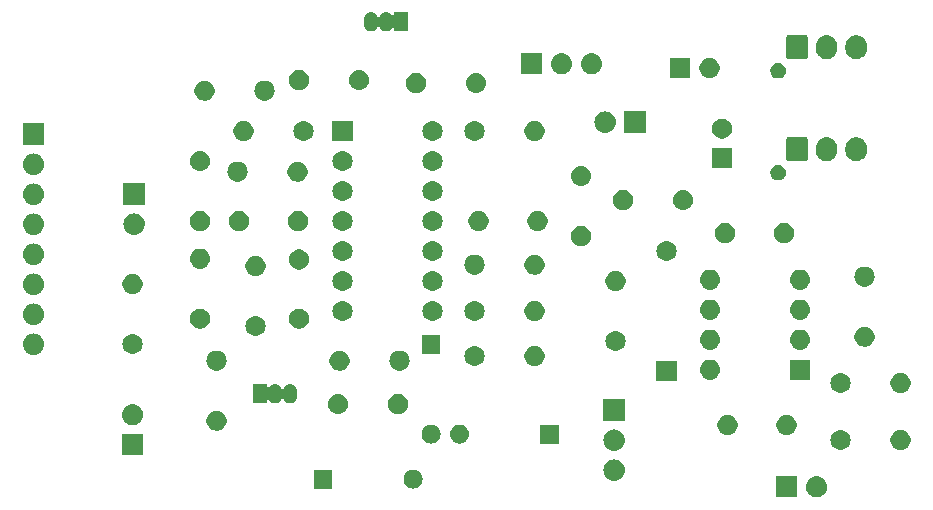
<source format=gbr>
G04 #@! TF.GenerationSoftware,KiCad,Pcbnew,(5.0.1)-rc2*
G04 #@! TF.CreationDate,2018-12-16T20:49:22-05:00*
G04 #@! TF.ProjectId,vco3,76636F332E6B696361645F7063620000,rev?*
G04 #@! TF.SameCoordinates,Original*
G04 #@! TF.FileFunction,Soldermask,Bot*
G04 #@! TF.FilePolarity,Negative*
%FSLAX46Y46*%
G04 Gerber Fmt 4.6, Leading zero omitted, Abs format (unit mm)*
G04 Created by KiCad (PCBNEW (5.0.1)-rc2) date 12/16/2018 8:49:22 PM*
%MOMM*%
%LPD*%
G01*
G04 APERTURE LIST*
%ADD10C,0.100000*%
G04 APERTURE END LIST*
D10*
G36*
X172957442Y-62224518D02*
X173023627Y-62231037D01*
X173136853Y-62265384D01*
X173193467Y-62282557D01*
X173332087Y-62356652D01*
X173349991Y-62366222D01*
X173385729Y-62395552D01*
X173487186Y-62478814D01*
X173570448Y-62580271D01*
X173599778Y-62616009D01*
X173599779Y-62616011D01*
X173683443Y-62772533D01*
X173683443Y-62772534D01*
X173734963Y-62942373D01*
X173752359Y-63119000D01*
X173734963Y-63295627D01*
X173700616Y-63408853D01*
X173683443Y-63465467D01*
X173609348Y-63604087D01*
X173599778Y-63621991D01*
X173570448Y-63657729D01*
X173487186Y-63759186D01*
X173385729Y-63842448D01*
X173349991Y-63871778D01*
X173349989Y-63871779D01*
X173193467Y-63955443D01*
X173136853Y-63972616D01*
X173023627Y-64006963D01*
X172957443Y-64013481D01*
X172891260Y-64020000D01*
X172802740Y-64020000D01*
X172736557Y-64013481D01*
X172670373Y-64006963D01*
X172557147Y-63972616D01*
X172500533Y-63955443D01*
X172344011Y-63871779D01*
X172344009Y-63871778D01*
X172308271Y-63842448D01*
X172206814Y-63759186D01*
X172123552Y-63657729D01*
X172094222Y-63621991D01*
X172084652Y-63604087D01*
X172010557Y-63465467D01*
X171993384Y-63408853D01*
X171959037Y-63295627D01*
X171941641Y-63119000D01*
X171959037Y-62942373D01*
X172010557Y-62772534D01*
X172010557Y-62772533D01*
X172094221Y-62616011D01*
X172094222Y-62616009D01*
X172123552Y-62580271D01*
X172206814Y-62478814D01*
X172308271Y-62395552D01*
X172344009Y-62366222D01*
X172361913Y-62356652D01*
X172500533Y-62282557D01*
X172557147Y-62265384D01*
X172670373Y-62231037D01*
X172736558Y-62224518D01*
X172802740Y-62218000D01*
X172891260Y-62218000D01*
X172957442Y-62224518D01*
X172957442Y-62224518D01*
G37*
G36*
X171208000Y-64020000D02*
X169406000Y-64020000D01*
X169406000Y-62218000D01*
X171208000Y-62218000D01*
X171208000Y-64020000D01*
X171208000Y-64020000D01*
G37*
G36*
X131865000Y-63285000D02*
X130263000Y-63285000D01*
X130263000Y-61683000D01*
X131865000Y-61683000D01*
X131865000Y-63285000D01*
X131865000Y-63285000D01*
G37*
G36*
X138841025Y-61694590D02*
X138992012Y-61740392D01*
X139131165Y-61814770D01*
X139253133Y-61914867D01*
X139353230Y-62036835D01*
X139427608Y-62175988D01*
X139473410Y-62326975D01*
X139488875Y-62484000D01*
X139473410Y-62641025D01*
X139427608Y-62792012D01*
X139353230Y-62931165D01*
X139253133Y-63053133D01*
X139131165Y-63153230D01*
X138992012Y-63227608D01*
X138841025Y-63273410D01*
X138723346Y-63285000D01*
X138644654Y-63285000D01*
X138526975Y-63273410D01*
X138375988Y-63227608D01*
X138236835Y-63153230D01*
X138114867Y-63053133D01*
X138014770Y-62931165D01*
X137940392Y-62792012D01*
X137894590Y-62641025D01*
X137879125Y-62484000D01*
X137894590Y-62326975D01*
X137940392Y-62175988D01*
X138014770Y-62036835D01*
X138114867Y-61914867D01*
X138236835Y-61814770D01*
X138375988Y-61740392D01*
X138526975Y-61694590D01*
X138644654Y-61683000D01*
X138723346Y-61683000D01*
X138841025Y-61694590D01*
X138841025Y-61694590D01*
G37*
G36*
X155812443Y-60827519D02*
X155878627Y-60834037D01*
X155991853Y-60868384D01*
X156048467Y-60885557D01*
X156187087Y-60959652D01*
X156204991Y-60969222D01*
X156240729Y-60998552D01*
X156342186Y-61081814D01*
X156425448Y-61183271D01*
X156454778Y-61219009D01*
X156454779Y-61219011D01*
X156538443Y-61375533D01*
X156538443Y-61375534D01*
X156589963Y-61545373D01*
X156607359Y-61722000D01*
X156589963Y-61898627D01*
X156555616Y-62011853D01*
X156538443Y-62068467D01*
X156480971Y-62175988D01*
X156454778Y-62224991D01*
X156449816Y-62231037D01*
X156342186Y-62362186D01*
X156240729Y-62445448D01*
X156204991Y-62474778D01*
X156204989Y-62474779D01*
X156048467Y-62558443D01*
X155991853Y-62575616D01*
X155878627Y-62609963D01*
X155812442Y-62616482D01*
X155746260Y-62623000D01*
X155657740Y-62623000D01*
X155591558Y-62616482D01*
X155525373Y-62609963D01*
X155412147Y-62575616D01*
X155355533Y-62558443D01*
X155199011Y-62474779D01*
X155199009Y-62474778D01*
X155163271Y-62445448D01*
X155061814Y-62362186D01*
X154954184Y-62231037D01*
X154949222Y-62224991D01*
X154923029Y-62175988D01*
X154865557Y-62068467D01*
X154848384Y-62011853D01*
X154814037Y-61898627D01*
X154796641Y-61722000D01*
X154814037Y-61545373D01*
X154865557Y-61375534D01*
X154865557Y-61375533D01*
X154949221Y-61219011D01*
X154949222Y-61219009D01*
X154978552Y-61183271D01*
X155061814Y-61081814D01*
X155163271Y-60998552D01*
X155199009Y-60969222D01*
X155216913Y-60959652D01*
X155355533Y-60885557D01*
X155412147Y-60868384D01*
X155525373Y-60834037D01*
X155591557Y-60827519D01*
X155657740Y-60821000D01*
X155746260Y-60821000D01*
X155812443Y-60827519D01*
X155812443Y-60827519D01*
G37*
G36*
X115836000Y-60464000D02*
X114034000Y-60464000D01*
X114034000Y-58662000D01*
X115836000Y-58662000D01*
X115836000Y-60464000D01*
X115836000Y-60464000D01*
G37*
G36*
X155812442Y-58287518D02*
X155878627Y-58294037D01*
X155991853Y-58328384D01*
X156048467Y-58345557D01*
X156135311Y-58391977D01*
X156204991Y-58429222D01*
X156235769Y-58454481D01*
X156342186Y-58541814D01*
X156422369Y-58639519D01*
X156454778Y-58679009D01*
X156454779Y-58679011D01*
X156538443Y-58835533D01*
X156555616Y-58892147D01*
X156589963Y-59005373D01*
X156607359Y-59182000D01*
X156589963Y-59358627D01*
X156572071Y-59417608D01*
X156538443Y-59528467D01*
X156469698Y-59657078D01*
X156454778Y-59684991D01*
X156425448Y-59720729D01*
X156342186Y-59822186D01*
X156240729Y-59905448D01*
X156204991Y-59934778D01*
X156204989Y-59934779D01*
X156048467Y-60018443D01*
X156041069Y-60020687D01*
X155878627Y-60069963D01*
X155812442Y-60076482D01*
X155746260Y-60083000D01*
X155657740Y-60083000D01*
X155591558Y-60076482D01*
X155525373Y-60069963D01*
X155362931Y-60020687D01*
X155355533Y-60018443D01*
X155199011Y-59934779D01*
X155199009Y-59934778D01*
X155163271Y-59905448D01*
X155061814Y-59822186D01*
X154978552Y-59720729D01*
X154949222Y-59684991D01*
X154934302Y-59657078D01*
X154865557Y-59528467D01*
X154831929Y-59417608D01*
X154814037Y-59358627D01*
X154796641Y-59182000D01*
X154814037Y-59005373D01*
X154848384Y-58892147D01*
X154865557Y-58835533D01*
X154949221Y-58679011D01*
X154949222Y-58679009D01*
X154981631Y-58639519D01*
X155061814Y-58541814D01*
X155168231Y-58454481D01*
X155199009Y-58429222D01*
X155268689Y-58391977D01*
X155355533Y-58345557D01*
X155412147Y-58328384D01*
X155525373Y-58294037D01*
X155591558Y-58287518D01*
X155657740Y-58281000D01*
X155746260Y-58281000D01*
X155812442Y-58287518D01*
X155812442Y-58287518D01*
G37*
G36*
X180207228Y-58363703D02*
X180362100Y-58427853D01*
X180501481Y-58520985D01*
X180620015Y-58639519D01*
X180713147Y-58778900D01*
X180777297Y-58933772D01*
X180810000Y-59098184D01*
X180810000Y-59265816D01*
X180777297Y-59430228D01*
X180713147Y-59585100D01*
X180620015Y-59724481D01*
X180501481Y-59843015D01*
X180362100Y-59936147D01*
X180207228Y-60000297D01*
X180042816Y-60033000D01*
X179875184Y-60033000D01*
X179710772Y-60000297D01*
X179555900Y-59936147D01*
X179416519Y-59843015D01*
X179297985Y-59724481D01*
X179204853Y-59585100D01*
X179140703Y-59430228D01*
X179108000Y-59265816D01*
X179108000Y-59098184D01*
X179140703Y-58933772D01*
X179204853Y-58778900D01*
X179297985Y-58639519D01*
X179416519Y-58520985D01*
X179555900Y-58427853D01*
X179710772Y-58363703D01*
X179875184Y-58331000D01*
X180042816Y-58331000D01*
X180207228Y-58363703D01*
X180207228Y-58363703D01*
G37*
G36*
X175045821Y-58343313D02*
X175045824Y-58343314D01*
X175045825Y-58343314D01*
X175206239Y-58391975D01*
X175206241Y-58391976D01*
X175206244Y-58391977D01*
X175354078Y-58470995D01*
X175483659Y-58577341D01*
X175590005Y-58706922D01*
X175669023Y-58854756D01*
X175669024Y-58854759D01*
X175669025Y-58854761D01*
X175714713Y-59005375D01*
X175717687Y-59015179D01*
X175734117Y-59182000D01*
X175717687Y-59348821D01*
X175717686Y-59348824D01*
X175717686Y-59348825D01*
X175692993Y-59430228D01*
X175669023Y-59509244D01*
X175590005Y-59657078D01*
X175483659Y-59786659D01*
X175354078Y-59893005D01*
X175206244Y-59972023D01*
X175206241Y-59972024D01*
X175206239Y-59972025D01*
X175045825Y-60020686D01*
X175045824Y-60020686D01*
X175045821Y-60020687D01*
X174920804Y-60033000D01*
X174837196Y-60033000D01*
X174712179Y-60020687D01*
X174712176Y-60020686D01*
X174712175Y-60020686D01*
X174551761Y-59972025D01*
X174551759Y-59972024D01*
X174551756Y-59972023D01*
X174403922Y-59893005D01*
X174274341Y-59786659D01*
X174167995Y-59657078D01*
X174088977Y-59509244D01*
X174065008Y-59430228D01*
X174040314Y-59348825D01*
X174040314Y-59348824D01*
X174040313Y-59348821D01*
X174023883Y-59182000D01*
X174040313Y-59015179D01*
X174043287Y-59005375D01*
X174088975Y-58854761D01*
X174088976Y-58854759D01*
X174088977Y-58854756D01*
X174167995Y-58706922D01*
X174274341Y-58577341D01*
X174403922Y-58470995D01*
X174551756Y-58391977D01*
X174551759Y-58391976D01*
X174551761Y-58391975D01*
X174712175Y-58343314D01*
X174712176Y-58343314D01*
X174712179Y-58343313D01*
X174837196Y-58331000D01*
X174920804Y-58331000D01*
X175045821Y-58343313D01*
X175045821Y-58343313D01*
G37*
G36*
X142778025Y-57884590D02*
X142929012Y-57930392D01*
X143068165Y-58004770D01*
X143190133Y-58104867D01*
X143290230Y-58226835D01*
X143364608Y-58365988D01*
X143410410Y-58516975D01*
X143425875Y-58674000D01*
X143410410Y-58831025D01*
X143364608Y-58982012D01*
X143290230Y-59121165D01*
X143190133Y-59243133D01*
X143068165Y-59343230D01*
X142929012Y-59417608D01*
X142778025Y-59463410D01*
X142660346Y-59475000D01*
X142581654Y-59475000D01*
X142463975Y-59463410D01*
X142312988Y-59417608D01*
X142173835Y-59343230D01*
X142051867Y-59243133D01*
X141951770Y-59121165D01*
X141877392Y-58982012D01*
X141831590Y-58831025D01*
X141816125Y-58674000D01*
X141831590Y-58516975D01*
X141877392Y-58365988D01*
X141951770Y-58226835D01*
X142051867Y-58104867D01*
X142173835Y-58004770D01*
X142312988Y-57930392D01*
X142463975Y-57884590D01*
X142581654Y-57873000D01*
X142660346Y-57873000D01*
X142778025Y-57884590D01*
X142778025Y-57884590D01*
G37*
G36*
X140365025Y-57884590D02*
X140516012Y-57930392D01*
X140655165Y-58004770D01*
X140777133Y-58104867D01*
X140877230Y-58226835D01*
X140951608Y-58365988D01*
X140997410Y-58516975D01*
X141012875Y-58674000D01*
X140997410Y-58831025D01*
X140951608Y-58982012D01*
X140877230Y-59121165D01*
X140777133Y-59243133D01*
X140655165Y-59343230D01*
X140516012Y-59417608D01*
X140365025Y-59463410D01*
X140247346Y-59475000D01*
X140168654Y-59475000D01*
X140050975Y-59463410D01*
X139899988Y-59417608D01*
X139760835Y-59343230D01*
X139638867Y-59243133D01*
X139538770Y-59121165D01*
X139464392Y-58982012D01*
X139418590Y-58831025D01*
X139403125Y-58674000D01*
X139418590Y-58516975D01*
X139464392Y-58365988D01*
X139538770Y-58226835D01*
X139638867Y-58104867D01*
X139760835Y-58004770D01*
X139899988Y-57930392D01*
X140050975Y-57884590D01*
X140168654Y-57873000D01*
X140247346Y-57873000D01*
X140365025Y-57884590D01*
X140365025Y-57884590D01*
G37*
G36*
X151042000Y-59475000D02*
X149440000Y-59475000D01*
X149440000Y-57873000D01*
X151042000Y-57873000D01*
X151042000Y-59475000D01*
X151042000Y-59475000D01*
G37*
G36*
X165555228Y-57093703D02*
X165710100Y-57157853D01*
X165849481Y-57250985D01*
X165968015Y-57369519D01*
X166061147Y-57508900D01*
X166125297Y-57663772D01*
X166158000Y-57828184D01*
X166158000Y-57995816D01*
X166125297Y-58160228D01*
X166061147Y-58315100D01*
X165968015Y-58454481D01*
X165849481Y-58573015D01*
X165710100Y-58666147D01*
X165555228Y-58730297D01*
X165390816Y-58763000D01*
X165223184Y-58763000D01*
X165058772Y-58730297D01*
X164903900Y-58666147D01*
X164764519Y-58573015D01*
X164645985Y-58454481D01*
X164552853Y-58315100D01*
X164488703Y-58160228D01*
X164456000Y-57995816D01*
X164456000Y-57828184D01*
X164488703Y-57663772D01*
X164552853Y-57508900D01*
X164645985Y-57369519D01*
X164764519Y-57250985D01*
X164903900Y-57157853D01*
X165058772Y-57093703D01*
X165223184Y-57061000D01*
X165390816Y-57061000D01*
X165555228Y-57093703D01*
X165555228Y-57093703D01*
G37*
G36*
X170555228Y-57093703D02*
X170710100Y-57157853D01*
X170849481Y-57250985D01*
X170968015Y-57369519D01*
X171061147Y-57508900D01*
X171125297Y-57663772D01*
X171158000Y-57828184D01*
X171158000Y-57995816D01*
X171125297Y-58160228D01*
X171061147Y-58315100D01*
X170968015Y-58454481D01*
X170849481Y-58573015D01*
X170710100Y-58666147D01*
X170555228Y-58730297D01*
X170390816Y-58763000D01*
X170223184Y-58763000D01*
X170058772Y-58730297D01*
X169903900Y-58666147D01*
X169764519Y-58573015D01*
X169645985Y-58454481D01*
X169552853Y-58315100D01*
X169488703Y-58160228D01*
X169456000Y-57995816D01*
X169456000Y-57828184D01*
X169488703Y-57663772D01*
X169552853Y-57508900D01*
X169645985Y-57369519D01*
X169764519Y-57250985D01*
X169903900Y-57157853D01*
X170058772Y-57093703D01*
X170223184Y-57061000D01*
X170390816Y-57061000D01*
X170555228Y-57093703D01*
X170555228Y-57093703D01*
G37*
G36*
X122295228Y-56712703D02*
X122450100Y-56776853D01*
X122589481Y-56869985D01*
X122708015Y-56988519D01*
X122801147Y-57127900D01*
X122865297Y-57282772D01*
X122898000Y-57447184D01*
X122898000Y-57614816D01*
X122865297Y-57779228D01*
X122801147Y-57934100D01*
X122708015Y-58073481D01*
X122589481Y-58192015D01*
X122450100Y-58285147D01*
X122295228Y-58349297D01*
X122130816Y-58382000D01*
X121963184Y-58382000D01*
X121798772Y-58349297D01*
X121643900Y-58285147D01*
X121504519Y-58192015D01*
X121385985Y-58073481D01*
X121292853Y-57934100D01*
X121228703Y-57779228D01*
X121196000Y-57614816D01*
X121196000Y-57447184D01*
X121228703Y-57282772D01*
X121292853Y-57127900D01*
X121385985Y-56988519D01*
X121504519Y-56869985D01*
X121643900Y-56776853D01*
X121798772Y-56712703D01*
X121963184Y-56680000D01*
X122130816Y-56680000D01*
X122295228Y-56712703D01*
X122295228Y-56712703D01*
G37*
G36*
X115045443Y-56128519D02*
X115111627Y-56135037D01*
X115224853Y-56169384D01*
X115281467Y-56186557D01*
X115420087Y-56260652D01*
X115437991Y-56270222D01*
X115473729Y-56299552D01*
X115575186Y-56382814D01*
X115658448Y-56484271D01*
X115687778Y-56520009D01*
X115687779Y-56520011D01*
X115771443Y-56676533D01*
X115782415Y-56712703D01*
X115822963Y-56846373D01*
X115840359Y-57023000D01*
X115822963Y-57199627D01*
X115807383Y-57250986D01*
X115771443Y-57369467D01*
X115771415Y-57369519D01*
X115687778Y-57525991D01*
X115673819Y-57543000D01*
X115575186Y-57663186D01*
X115473729Y-57746448D01*
X115437991Y-57775778D01*
X115420087Y-57785348D01*
X115281467Y-57859443D01*
X115224853Y-57876616D01*
X115111627Y-57910963D01*
X115045443Y-57917481D01*
X114979260Y-57924000D01*
X114890740Y-57924000D01*
X114824557Y-57917481D01*
X114758373Y-57910963D01*
X114645147Y-57876616D01*
X114588533Y-57859443D01*
X114449913Y-57785348D01*
X114432009Y-57775778D01*
X114396271Y-57746448D01*
X114294814Y-57663186D01*
X114196181Y-57543000D01*
X114182222Y-57525991D01*
X114098585Y-57369519D01*
X114098557Y-57369467D01*
X114062617Y-57250986D01*
X114047037Y-57199627D01*
X114029641Y-57023000D01*
X114047037Y-56846373D01*
X114087585Y-56712703D01*
X114098557Y-56676533D01*
X114182221Y-56520011D01*
X114182222Y-56520009D01*
X114211552Y-56484271D01*
X114294814Y-56382814D01*
X114396271Y-56299552D01*
X114432009Y-56270222D01*
X114449913Y-56260652D01*
X114588533Y-56186557D01*
X114645147Y-56169384D01*
X114758373Y-56135037D01*
X114824557Y-56128519D01*
X114890740Y-56122000D01*
X114979260Y-56122000D01*
X115045443Y-56128519D01*
X115045443Y-56128519D01*
G37*
G36*
X156603000Y-57543000D02*
X154801000Y-57543000D01*
X154801000Y-55741000D01*
X156603000Y-55741000D01*
X156603000Y-57543000D01*
X156603000Y-57543000D01*
G37*
G36*
X132500821Y-55295313D02*
X132500824Y-55295314D01*
X132500825Y-55295314D01*
X132661239Y-55343975D01*
X132661241Y-55343976D01*
X132661244Y-55343977D01*
X132809078Y-55422995D01*
X132938659Y-55529341D01*
X133045005Y-55658922D01*
X133124023Y-55806756D01*
X133124024Y-55806759D01*
X133124025Y-55806761D01*
X133167853Y-55951244D01*
X133172687Y-55967179D01*
X133189117Y-56134000D01*
X133172687Y-56300821D01*
X133172686Y-56300824D01*
X133172686Y-56300825D01*
X133147815Y-56382815D01*
X133124023Y-56461244D01*
X133045005Y-56609078D01*
X132938659Y-56738659D01*
X132809078Y-56845005D01*
X132661244Y-56924023D01*
X132661241Y-56924024D01*
X132661239Y-56924025D01*
X132500825Y-56972686D01*
X132500824Y-56972686D01*
X132500821Y-56972687D01*
X132375804Y-56985000D01*
X132292196Y-56985000D01*
X132167179Y-56972687D01*
X132167176Y-56972686D01*
X132167175Y-56972686D01*
X132006761Y-56924025D01*
X132006759Y-56924024D01*
X132006756Y-56924023D01*
X131858922Y-56845005D01*
X131729341Y-56738659D01*
X131622995Y-56609078D01*
X131543977Y-56461244D01*
X131520186Y-56382815D01*
X131495314Y-56300825D01*
X131495314Y-56300824D01*
X131495313Y-56300821D01*
X131478883Y-56134000D01*
X131495313Y-55967179D01*
X131500147Y-55951244D01*
X131543975Y-55806761D01*
X131543976Y-55806759D01*
X131543977Y-55806756D01*
X131622995Y-55658922D01*
X131729341Y-55529341D01*
X131858922Y-55422995D01*
X132006756Y-55343977D01*
X132006759Y-55343976D01*
X132006761Y-55343975D01*
X132167175Y-55295314D01*
X132167176Y-55295314D01*
X132167179Y-55295313D01*
X132292196Y-55283000D01*
X132375804Y-55283000D01*
X132500821Y-55295313D01*
X132500821Y-55295313D01*
G37*
G36*
X137662228Y-55315703D02*
X137817100Y-55379853D01*
X137956481Y-55472985D01*
X138075015Y-55591519D01*
X138168147Y-55730900D01*
X138232297Y-55885772D01*
X138265000Y-56050184D01*
X138265000Y-56217816D01*
X138232297Y-56382228D01*
X138168147Y-56537100D01*
X138075015Y-56676481D01*
X137956481Y-56795015D01*
X137817100Y-56888147D01*
X137662228Y-56952297D01*
X137497816Y-56985000D01*
X137330184Y-56985000D01*
X137165772Y-56952297D01*
X137010900Y-56888147D01*
X136871519Y-56795015D01*
X136752985Y-56676481D01*
X136659853Y-56537100D01*
X136595703Y-56382228D01*
X136563000Y-56217816D01*
X136563000Y-56050184D01*
X136595703Y-55885772D01*
X136659853Y-55730900D01*
X136752985Y-55591519D01*
X136871519Y-55472985D01*
X137010900Y-55379853D01*
X137165772Y-55315703D01*
X137330184Y-55283000D01*
X137497816Y-55283000D01*
X137662228Y-55315703D01*
X137662228Y-55315703D01*
G37*
G36*
X128382915Y-54452334D02*
X128491491Y-54485271D01*
X128591556Y-54538756D01*
X128679264Y-54610736D01*
X128751244Y-54698443D01*
X128804729Y-54798508D01*
X128837666Y-54907084D01*
X128846000Y-54991702D01*
X128846000Y-55498297D01*
X128837666Y-55582916D01*
X128804729Y-55691492D01*
X128751244Y-55791557D01*
X128679264Y-55879264D01*
X128591557Y-55951244D01*
X128491492Y-56004729D01*
X128382916Y-56037666D01*
X128270000Y-56048787D01*
X128157085Y-56037666D01*
X128048509Y-56004729D01*
X127948444Y-55951244D01*
X127860737Y-55879264D01*
X127788757Y-55791557D01*
X127761734Y-55741000D01*
X127745240Y-55710143D01*
X127731627Y-55689768D01*
X127714299Y-55672441D01*
X127693925Y-55658827D01*
X127671286Y-55649450D01*
X127647253Y-55644669D01*
X127622748Y-55644669D01*
X127598715Y-55649449D01*
X127576076Y-55658827D01*
X127555701Y-55672440D01*
X127538374Y-55689768D01*
X127524760Y-55710143D01*
X127481244Y-55791557D01*
X127409264Y-55879264D01*
X127321557Y-55951244D01*
X127221492Y-56004729D01*
X127112916Y-56037666D01*
X127000000Y-56048787D01*
X126887085Y-56037666D01*
X126778509Y-56004729D01*
X126678444Y-55951244D01*
X126590737Y-55879264D01*
X126531235Y-55806761D01*
X126527626Y-55802364D01*
X126510299Y-55785036D01*
X126489924Y-55771423D01*
X126467285Y-55762045D01*
X126443252Y-55757265D01*
X126418748Y-55757265D01*
X126394714Y-55762046D01*
X126372075Y-55771423D01*
X126351701Y-55785037D01*
X126334373Y-55802364D01*
X126320760Y-55822739D01*
X126311382Y-55845378D01*
X126306000Y-55881663D01*
X126306000Y-56046000D01*
X125154000Y-56046000D01*
X125154000Y-54444000D01*
X126306000Y-54444000D01*
X126306000Y-54608337D01*
X126308402Y-54632723D01*
X126315515Y-54656172D01*
X126327066Y-54677783D01*
X126342612Y-54696725D01*
X126361554Y-54712271D01*
X126383165Y-54723822D01*
X126406614Y-54730935D01*
X126431000Y-54733337D01*
X126455386Y-54730935D01*
X126478835Y-54723822D01*
X126500446Y-54712271D01*
X126527626Y-54687636D01*
X126531230Y-54683244D01*
X126590736Y-54610736D01*
X126678443Y-54538756D01*
X126778508Y-54485271D01*
X126887084Y-54452334D01*
X127000000Y-54441213D01*
X127112915Y-54452334D01*
X127221491Y-54485271D01*
X127321556Y-54538756D01*
X127409264Y-54610736D01*
X127481244Y-54698443D01*
X127524767Y-54779869D01*
X127538373Y-54800232D01*
X127555700Y-54817560D01*
X127576075Y-54831174D01*
X127598713Y-54840551D01*
X127622747Y-54845332D01*
X127647251Y-54845332D01*
X127671285Y-54840552D01*
X127693924Y-54831175D01*
X127714298Y-54817561D01*
X127731626Y-54800234D01*
X127745240Y-54779858D01*
X127788756Y-54698444D01*
X127860734Y-54610739D01*
X127860736Y-54610736D01*
X127948443Y-54538756D01*
X128048508Y-54485271D01*
X128157084Y-54452334D01*
X128270000Y-54441213D01*
X128382915Y-54452334D01*
X128382915Y-54452334D01*
G37*
G36*
X175045821Y-53517313D02*
X175045824Y-53517314D01*
X175045825Y-53517314D01*
X175206239Y-53565975D01*
X175206241Y-53565976D01*
X175206244Y-53565977D01*
X175354078Y-53644995D01*
X175483659Y-53751341D01*
X175590005Y-53880922D01*
X175669023Y-54028756D01*
X175669024Y-54028759D01*
X175669025Y-54028761D01*
X175717686Y-54189175D01*
X175717687Y-54189179D01*
X175734117Y-54356000D01*
X175717687Y-54522821D01*
X175717686Y-54522824D01*
X175717686Y-54522825D01*
X175677236Y-54656172D01*
X175669023Y-54683244D01*
X175590005Y-54831078D01*
X175483659Y-54960659D01*
X175354078Y-55067005D01*
X175206244Y-55146023D01*
X175206241Y-55146024D01*
X175206239Y-55146025D01*
X175045825Y-55194686D01*
X175045824Y-55194686D01*
X175045821Y-55194687D01*
X174920804Y-55207000D01*
X174837196Y-55207000D01*
X174712179Y-55194687D01*
X174712176Y-55194686D01*
X174712175Y-55194686D01*
X174551761Y-55146025D01*
X174551759Y-55146024D01*
X174551756Y-55146023D01*
X174403922Y-55067005D01*
X174274341Y-54960659D01*
X174167995Y-54831078D01*
X174088977Y-54683244D01*
X174080765Y-54656172D01*
X174040314Y-54522825D01*
X174040314Y-54522824D01*
X174040313Y-54522821D01*
X174023883Y-54356000D01*
X174040313Y-54189179D01*
X174040314Y-54189175D01*
X174088975Y-54028761D01*
X174088976Y-54028759D01*
X174088977Y-54028756D01*
X174167995Y-53880922D01*
X174274341Y-53751341D01*
X174403922Y-53644995D01*
X174551756Y-53565977D01*
X174551759Y-53565976D01*
X174551761Y-53565975D01*
X174712175Y-53517314D01*
X174712176Y-53517314D01*
X174712179Y-53517313D01*
X174837196Y-53505000D01*
X174920804Y-53505000D01*
X175045821Y-53517313D01*
X175045821Y-53517313D01*
G37*
G36*
X180207228Y-53537703D02*
X180362100Y-53601853D01*
X180501481Y-53694985D01*
X180620015Y-53813519D01*
X180713147Y-53952900D01*
X180777297Y-54107772D01*
X180810000Y-54272184D01*
X180810000Y-54439816D01*
X180777297Y-54604228D01*
X180713147Y-54759100D01*
X180620015Y-54898481D01*
X180501481Y-55017015D01*
X180362100Y-55110147D01*
X180207228Y-55174297D01*
X180042816Y-55207000D01*
X179875184Y-55207000D01*
X179710772Y-55174297D01*
X179555900Y-55110147D01*
X179416519Y-55017015D01*
X179297985Y-54898481D01*
X179204853Y-54759100D01*
X179140703Y-54604228D01*
X179108000Y-54439816D01*
X179108000Y-54272184D01*
X179140703Y-54107772D01*
X179204853Y-53952900D01*
X179297985Y-53813519D01*
X179416519Y-53694985D01*
X179555900Y-53601853D01*
X179710772Y-53537703D01*
X179875184Y-53505000D01*
X180042816Y-53505000D01*
X180207228Y-53537703D01*
X180207228Y-53537703D01*
G37*
G36*
X160998000Y-54191000D02*
X159296000Y-54191000D01*
X159296000Y-52489000D01*
X160998000Y-52489000D01*
X160998000Y-54191000D01*
X160998000Y-54191000D01*
G37*
G36*
X172301000Y-54064000D02*
X170599000Y-54064000D01*
X170599000Y-52362000D01*
X172301000Y-52362000D01*
X172301000Y-54064000D01*
X172301000Y-54064000D01*
G37*
G36*
X163996821Y-52374313D02*
X163996824Y-52374314D01*
X163996825Y-52374314D01*
X164157239Y-52422975D01*
X164157241Y-52422976D01*
X164157244Y-52422977D01*
X164305078Y-52501995D01*
X164434659Y-52608341D01*
X164541005Y-52737922D01*
X164620023Y-52885756D01*
X164620024Y-52885759D01*
X164620025Y-52885761D01*
X164632255Y-52926078D01*
X164668687Y-53046179D01*
X164685117Y-53213000D01*
X164668687Y-53379821D01*
X164668686Y-53379824D01*
X164668686Y-53379825D01*
X164626980Y-53517313D01*
X164620023Y-53540244D01*
X164541005Y-53688078D01*
X164434659Y-53817659D01*
X164305078Y-53924005D01*
X164157244Y-54003023D01*
X164157241Y-54003024D01*
X164157239Y-54003025D01*
X163996825Y-54051686D01*
X163996824Y-54051686D01*
X163996821Y-54051687D01*
X163871804Y-54064000D01*
X163788196Y-54064000D01*
X163663179Y-54051687D01*
X163663176Y-54051686D01*
X163663175Y-54051686D01*
X163502761Y-54003025D01*
X163502759Y-54003024D01*
X163502756Y-54003023D01*
X163354922Y-53924005D01*
X163225341Y-53817659D01*
X163118995Y-53688078D01*
X163039977Y-53540244D01*
X163033021Y-53517313D01*
X162991314Y-53379825D01*
X162991314Y-53379824D01*
X162991313Y-53379821D01*
X162974883Y-53213000D01*
X162991313Y-53046179D01*
X163027745Y-52926078D01*
X163039975Y-52885761D01*
X163039976Y-52885759D01*
X163039977Y-52885756D01*
X163118995Y-52737922D01*
X163225341Y-52608341D01*
X163354922Y-52501995D01*
X163502756Y-52422977D01*
X163502759Y-52422976D01*
X163502761Y-52422975D01*
X163663175Y-52374314D01*
X163663176Y-52374314D01*
X163663179Y-52374313D01*
X163788196Y-52362000D01*
X163871804Y-52362000D01*
X163996821Y-52374313D01*
X163996821Y-52374313D01*
G37*
G36*
X122213821Y-51612313D02*
X122213824Y-51612314D01*
X122213825Y-51612314D01*
X122374239Y-51660975D01*
X122374241Y-51660976D01*
X122374244Y-51660977D01*
X122522078Y-51739995D01*
X122651659Y-51846341D01*
X122758005Y-51975922D01*
X122837023Y-52123756D01*
X122837024Y-52123759D01*
X122837025Y-52123761D01*
X122885686Y-52284175D01*
X122885687Y-52284179D01*
X122902117Y-52451000D01*
X122885687Y-52617821D01*
X122885686Y-52617824D01*
X122885686Y-52617825D01*
X122851351Y-52731014D01*
X122837023Y-52778244D01*
X122758005Y-52926078D01*
X122651659Y-53055659D01*
X122522078Y-53162005D01*
X122374244Y-53241023D01*
X122374241Y-53241024D01*
X122374239Y-53241025D01*
X122213825Y-53289686D01*
X122213824Y-53289686D01*
X122213821Y-53289687D01*
X122088804Y-53302000D01*
X122005196Y-53302000D01*
X121880179Y-53289687D01*
X121880176Y-53289686D01*
X121880175Y-53289686D01*
X121719761Y-53241025D01*
X121719759Y-53241024D01*
X121719756Y-53241023D01*
X121571922Y-53162005D01*
X121442341Y-53055659D01*
X121335995Y-52926078D01*
X121256977Y-52778244D01*
X121242650Y-52731014D01*
X121208314Y-52617825D01*
X121208314Y-52617824D01*
X121208313Y-52617821D01*
X121191883Y-52451000D01*
X121208313Y-52284179D01*
X121208314Y-52284175D01*
X121256975Y-52123761D01*
X121256976Y-52123759D01*
X121256977Y-52123756D01*
X121335995Y-51975922D01*
X121442341Y-51846341D01*
X121571922Y-51739995D01*
X121719756Y-51660977D01*
X121719759Y-51660976D01*
X121719761Y-51660975D01*
X121880175Y-51612314D01*
X121880176Y-51612314D01*
X121880179Y-51612313D01*
X122005196Y-51600000D01*
X122088804Y-51600000D01*
X122213821Y-51612313D01*
X122213821Y-51612313D01*
G37*
G36*
X132709228Y-51632703D02*
X132864100Y-51696853D01*
X133003481Y-51789985D01*
X133122015Y-51908519D01*
X133215147Y-52047900D01*
X133279297Y-52202772D01*
X133312000Y-52367184D01*
X133312000Y-52534816D01*
X133279297Y-52699228D01*
X133215147Y-52854100D01*
X133122015Y-52993481D01*
X133003481Y-53112015D01*
X132864100Y-53205147D01*
X132709228Y-53269297D01*
X132544816Y-53302000D01*
X132377184Y-53302000D01*
X132212772Y-53269297D01*
X132057900Y-53205147D01*
X131918519Y-53112015D01*
X131799985Y-52993481D01*
X131706853Y-52854100D01*
X131642703Y-52699228D01*
X131610000Y-52534816D01*
X131610000Y-52367184D01*
X131642703Y-52202772D01*
X131706853Y-52047900D01*
X131799985Y-51908519D01*
X131918519Y-51789985D01*
X132057900Y-51696853D01*
X132212772Y-51632703D01*
X132377184Y-51600000D01*
X132544816Y-51600000D01*
X132709228Y-51632703D01*
X132709228Y-51632703D01*
G37*
G36*
X137707821Y-51612313D02*
X137707824Y-51612314D01*
X137707825Y-51612314D01*
X137868239Y-51660975D01*
X137868241Y-51660976D01*
X137868244Y-51660977D01*
X138016078Y-51739995D01*
X138145659Y-51846341D01*
X138252005Y-51975922D01*
X138331023Y-52123756D01*
X138331024Y-52123759D01*
X138331025Y-52123761D01*
X138379686Y-52284175D01*
X138379687Y-52284179D01*
X138396117Y-52451000D01*
X138379687Y-52617821D01*
X138379686Y-52617824D01*
X138379686Y-52617825D01*
X138345351Y-52731014D01*
X138331023Y-52778244D01*
X138252005Y-52926078D01*
X138145659Y-53055659D01*
X138016078Y-53162005D01*
X137868244Y-53241023D01*
X137868241Y-53241024D01*
X137868239Y-53241025D01*
X137707825Y-53289686D01*
X137707824Y-53289686D01*
X137707821Y-53289687D01*
X137582804Y-53302000D01*
X137499196Y-53302000D01*
X137374179Y-53289687D01*
X137374176Y-53289686D01*
X137374175Y-53289686D01*
X137213761Y-53241025D01*
X137213759Y-53241024D01*
X137213756Y-53241023D01*
X137065922Y-53162005D01*
X136936341Y-53055659D01*
X136829995Y-52926078D01*
X136750977Y-52778244D01*
X136736650Y-52731014D01*
X136702314Y-52617825D01*
X136702314Y-52617824D01*
X136702313Y-52617821D01*
X136685883Y-52451000D01*
X136702313Y-52284179D01*
X136702314Y-52284175D01*
X136750975Y-52123761D01*
X136750976Y-52123759D01*
X136750977Y-52123756D01*
X136829995Y-51975922D01*
X136936341Y-51846341D01*
X137065922Y-51739995D01*
X137213756Y-51660977D01*
X137213759Y-51660976D01*
X137213761Y-51660975D01*
X137374175Y-51612314D01*
X137374176Y-51612314D01*
X137374179Y-51612313D01*
X137499196Y-51600000D01*
X137582804Y-51600000D01*
X137707821Y-51612313D01*
X137707821Y-51612313D01*
G37*
G36*
X144057821Y-51231313D02*
X144057824Y-51231314D01*
X144057825Y-51231314D01*
X144218239Y-51279975D01*
X144218241Y-51279976D01*
X144218244Y-51279977D01*
X144366078Y-51358995D01*
X144495659Y-51465341D01*
X144602005Y-51594922D01*
X144681023Y-51742756D01*
X144681024Y-51742759D01*
X144681025Y-51742761D01*
X144729686Y-51903175D01*
X144729687Y-51903179D01*
X144746117Y-52070000D01*
X144729687Y-52236821D01*
X144729686Y-52236824D01*
X144729686Y-52236825D01*
X144687980Y-52374313D01*
X144681023Y-52397244D01*
X144602005Y-52545078D01*
X144495659Y-52674659D01*
X144366078Y-52781005D01*
X144218244Y-52860023D01*
X144218241Y-52860024D01*
X144218239Y-52860025D01*
X144057825Y-52908686D01*
X144057824Y-52908686D01*
X144057821Y-52908687D01*
X143932804Y-52921000D01*
X143849196Y-52921000D01*
X143724179Y-52908687D01*
X143724176Y-52908686D01*
X143724175Y-52908686D01*
X143563761Y-52860025D01*
X143563759Y-52860024D01*
X143563756Y-52860023D01*
X143415922Y-52781005D01*
X143286341Y-52674659D01*
X143179995Y-52545078D01*
X143100977Y-52397244D01*
X143094021Y-52374313D01*
X143052314Y-52236825D01*
X143052314Y-52236824D01*
X143052313Y-52236821D01*
X143035883Y-52070000D01*
X143052313Y-51903179D01*
X143052314Y-51903175D01*
X143100975Y-51742761D01*
X143100976Y-51742759D01*
X143100977Y-51742756D01*
X143179995Y-51594922D01*
X143286341Y-51465341D01*
X143415922Y-51358995D01*
X143563756Y-51279977D01*
X143563759Y-51279976D01*
X143563761Y-51279975D01*
X143724175Y-51231314D01*
X143724176Y-51231314D01*
X143724179Y-51231313D01*
X143849196Y-51219000D01*
X143932804Y-51219000D01*
X144057821Y-51231313D01*
X144057821Y-51231313D01*
G37*
G36*
X149219228Y-51251703D02*
X149374100Y-51315853D01*
X149513481Y-51408985D01*
X149632015Y-51527519D01*
X149725147Y-51666900D01*
X149789297Y-51821772D01*
X149822000Y-51986184D01*
X149822000Y-52153816D01*
X149789297Y-52318228D01*
X149725147Y-52473100D01*
X149632015Y-52612481D01*
X149513481Y-52731015D01*
X149374100Y-52824147D01*
X149219228Y-52888297D01*
X149054816Y-52921000D01*
X148887184Y-52921000D01*
X148722772Y-52888297D01*
X148567900Y-52824147D01*
X148428519Y-52731015D01*
X148309985Y-52612481D01*
X148216853Y-52473100D01*
X148152703Y-52318228D01*
X148120000Y-52153816D01*
X148120000Y-51986184D01*
X148152703Y-51821772D01*
X148216853Y-51666900D01*
X148309985Y-51527519D01*
X148428519Y-51408985D01*
X148567900Y-51315853D01*
X148722772Y-51251703D01*
X148887184Y-51219000D01*
X149054816Y-51219000D01*
X149219228Y-51251703D01*
X149219228Y-51251703D01*
G37*
G36*
X106663443Y-50159519D02*
X106729627Y-50166037D01*
X106834738Y-50197922D01*
X106899467Y-50217557D01*
X106986311Y-50263977D01*
X107055991Y-50301222D01*
X107078900Y-50320023D01*
X107193186Y-50413814D01*
X107268987Y-50506179D01*
X107305778Y-50551009D01*
X107305779Y-50551011D01*
X107389443Y-50707533D01*
X107406616Y-50764147D01*
X107440963Y-50877373D01*
X107458359Y-51054000D01*
X107440963Y-51230627D01*
X107434569Y-51251704D01*
X107389443Y-51400467D01*
X107330359Y-51511004D01*
X107305778Y-51556991D01*
X107276448Y-51592729D01*
X107193186Y-51694186D01*
X107091729Y-51777448D01*
X107055991Y-51806778D01*
X107055989Y-51806779D01*
X106899467Y-51890443D01*
X106892069Y-51892687D01*
X106729627Y-51941963D01*
X106663442Y-51948482D01*
X106597260Y-51955000D01*
X106508740Y-51955000D01*
X106442558Y-51948482D01*
X106376373Y-51941963D01*
X106213931Y-51892687D01*
X106206533Y-51890443D01*
X106050011Y-51806779D01*
X106050009Y-51806778D01*
X106014271Y-51777448D01*
X105912814Y-51694186D01*
X105829552Y-51592729D01*
X105800222Y-51556991D01*
X105775641Y-51511004D01*
X105716557Y-51400467D01*
X105671431Y-51251704D01*
X105665037Y-51230627D01*
X105647641Y-51054000D01*
X105665037Y-50877373D01*
X105699384Y-50764147D01*
X105716557Y-50707533D01*
X105800221Y-50551011D01*
X105800222Y-50551009D01*
X105837013Y-50506179D01*
X105912814Y-50413814D01*
X106027100Y-50320023D01*
X106050009Y-50301222D01*
X106119689Y-50263977D01*
X106206533Y-50217557D01*
X106271262Y-50197922D01*
X106376373Y-50166037D01*
X106442558Y-50159518D01*
X106508740Y-50153000D01*
X106597260Y-50153000D01*
X106663443Y-50159519D01*
X106663443Y-50159519D01*
G37*
G36*
X115101821Y-50215313D02*
X115101824Y-50215314D01*
X115101825Y-50215314D01*
X115262239Y-50263975D01*
X115262241Y-50263976D01*
X115262244Y-50263977D01*
X115410078Y-50342995D01*
X115539659Y-50449341D01*
X115646005Y-50578922D01*
X115725023Y-50726756D01*
X115725024Y-50726759D01*
X115725025Y-50726761D01*
X115770713Y-50877375D01*
X115773687Y-50887179D01*
X115790117Y-51054000D01*
X115773687Y-51220821D01*
X115773686Y-51220824D01*
X115773686Y-51220825D01*
X115731773Y-51358995D01*
X115725023Y-51381244D01*
X115646005Y-51529078D01*
X115539659Y-51658659D01*
X115410078Y-51765005D01*
X115262244Y-51844023D01*
X115262241Y-51844024D01*
X115262239Y-51844025D01*
X115101825Y-51892686D01*
X115101824Y-51892686D01*
X115101821Y-51892687D01*
X114976804Y-51905000D01*
X114893196Y-51905000D01*
X114768179Y-51892687D01*
X114768176Y-51892686D01*
X114768175Y-51892686D01*
X114607761Y-51844025D01*
X114607759Y-51844024D01*
X114607756Y-51844023D01*
X114459922Y-51765005D01*
X114330341Y-51658659D01*
X114223995Y-51529078D01*
X114144977Y-51381244D01*
X114138228Y-51358995D01*
X114096314Y-51220825D01*
X114096314Y-51220824D01*
X114096313Y-51220821D01*
X114079883Y-51054000D01*
X114096313Y-50887179D01*
X114099287Y-50877375D01*
X114144975Y-50726761D01*
X114144976Y-50726759D01*
X114144977Y-50726756D01*
X114223995Y-50578922D01*
X114330341Y-50449341D01*
X114459922Y-50342995D01*
X114607756Y-50263977D01*
X114607759Y-50263976D01*
X114607761Y-50263975D01*
X114768175Y-50215314D01*
X114768176Y-50215314D01*
X114768179Y-50215313D01*
X114893196Y-50203000D01*
X114976804Y-50203000D01*
X115101821Y-50215313D01*
X115101821Y-50215313D01*
G37*
G36*
X141009000Y-51855000D02*
X139407000Y-51855000D01*
X139407000Y-50253000D01*
X141009000Y-50253000D01*
X141009000Y-51855000D01*
X141009000Y-51855000D01*
G37*
G36*
X155995821Y-49961313D02*
X155995824Y-49961314D01*
X155995825Y-49961314D01*
X156156239Y-50009975D01*
X156156241Y-50009976D01*
X156156244Y-50009977D01*
X156304078Y-50088995D01*
X156433659Y-50195341D01*
X156540005Y-50324922D01*
X156619023Y-50472756D01*
X156619024Y-50472759D01*
X156619025Y-50472761D01*
X156667686Y-50633175D01*
X156667687Y-50633179D01*
X156684117Y-50800000D01*
X156667687Y-50966821D01*
X156667686Y-50966824D01*
X156667686Y-50966825D01*
X156633351Y-51080014D01*
X156619023Y-51127244D01*
X156540005Y-51275078D01*
X156433659Y-51404659D01*
X156304078Y-51511005D01*
X156156244Y-51590023D01*
X156156241Y-51590024D01*
X156156239Y-51590025D01*
X155995825Y-51638686D01*
X155995824Y-51638686D01*
X155995821Y-51638687D01*
X155870804Y-51651000D01*
X155787196Y-51651000D01*
X155662179Y-51638687D01*
X155662176Y-51638686D01*
X155662175Y-51638686D01*
X155501761Y-51590025D01*
X155501759Y-51590024D01*
X155501756Y-51590023D01*
X155353922Y-51511005D01*
X155224341Y-51404659D01*
X155117995Y-51275078D01*
X155038977Y-51127244D01*
X155024650Y-51080014D01*
X154990314Y-50966825D01*
X154990314Y-50966824D01*
X154990313Y-50966821D01*
X154973883Y-50800000D01*
X154990313Y-50633179D01*
X154990314Y-50633175D01*
X155038975Y-50472761D01*
X155038976Y-50472759D01*
X155038977Y-50472756D01*
X155117995Y-50324922D01*
X155224341Y-50195341D01*
X155353922Y-50088995D01*
X155501756Y-50009977D01*
X155501759Y-50009976D01*
X155501761Y-50009975D01*
X155662175Y-49961314D01*
X155662176Y-49961314D01*
X155662179Y-49961313D01*
X155787196Y-49949000D01*
X155870804Y-49949000D01*
X155995821Y-49961313D01*
X155995821Y-49961313D01*
G37*
G36*
X171616821Y-49834313D02*
X171616824Y-49834314D01*
X171616825Y-49834314D01*
X171777239Y-49882975D01*
X171777241Y-49882976D01*
X171777244Y-49882977D01*
X171925078Y-49961995D01*
X172054659Y-50068341D01*
X172161005Y-50197922D01*
X172240023Y-50345756D01*
X172240024Y-50345759D01*
X172240025Y-50345761D01*
X172278548Y-50472756D01*
X172288687Y-50506179D01*
X172305117Y-50673000D01*
X172288687Y-50839821D01*
X172288686Y-50839824D01*
X172288686Y-50839825D01*
X172274323Y-50887175D01*
X172240023Y-51000244D01*
X172161005Y-51148078D01*
X172054659Y-51277659D01*
X171925078Y-51384005D01*
X171777244Y-51463023D01*
X171777241Y-51463024D01*
X171777239Y-51463025D01*
X171616825Y-51511686D01*
X171616824Y-51511686D01*
X171616821Y-51511687D01*
X171491804Y-51524000D01*
X171408196Y-51524000D01*
X171283179Y-51511687D01*
X171283176Y-51511686D01*
X171283175Y-51511686D01*
X171122761Y-51463025D01*
X171122759Y-51463024D01*
X171122756Y-51463023D01*
X170974922Y-51384005D01*
X170845341Y-51277659D01*
X170738995Y-51148078D01*
X170659977Y-51000244D01*
X170625678Y-50887175D01*
X170611314Y-50839825D01*
X170611314Y-50839824D01*
X170611313Y-50839821D01*
X170594883Y-50673000D01*
X170611313Y-50506179D01*
X170621452Y-50472756D01*
X170659975Y-50345761D01*
X170659976Y-50345759D01*
X170659977Y-50345756D01*
X170738995Y-50197922D01*
X170845341Y-50068341D01*
X170974922Y-49961995D01*
X171122756Y-49882977D01*
X171122759Y-49882976D01*
X171122761Y-49882975D01*
X171283175Y-49834314D01*
X171283176Y-49834314D01*
X171283179Y-49834313D01*
X171408196Y-49822000D01*
X171491804Y-49822000D01*
X171616821Y-49834313D01*
X171616821Y-49834313D01*
G37*
G36*
X163996821Y-49834313D02*
X163996824Y-49834314D01*
X163996825Y-49834314D01*
X164157239Y-49882975D01*
X164157241Y-49882976D01*
X164157244Y-49882977D01*
X164305078Y-49961995D01*
X164434659Y-50068341D01*
X164541005Y-50197922D01*
X164620023Y-50345756D01*
X164620024Y-50345759D01*
X164620025Y-50345761D01*
X164658548Y-50472756D01*
X164668687Y-50506179D01*
X164685117Y-50673000D01*
X164668687Y-50839821D01*
X164668686Y-50839824D01*
X164668686Y-50839825D01*
X164654323Y-50887175D01*
X164620023Y-51000244D01*
X164541005Y-51148078D01*
X164434659Y-51277659D01*
X164305078Y-51384005D01*
X164157244Y-51463023D01*
X164157241Y-51463024D01*
X164157239Y-51463025D01*
X163996825Y-51511686D01*
X163996824Y-51511686D01*
X163996821Y-51511687D01*
X163871804Y-51524000D01*
X163788196Y-51524000D01*
X163663179Y-51511687D01*
X163663176Y-51511686D01*
X163663175Y-51511686D01*
X163502761Y-51463025D01*
X163502759Y-51463024D01*
X163502756Y-51463023D01*
X163354922Y-51384005D01*
X163225341Y-51277659D01*
X163118995Y-51148078D01*
X163039977Y-51000244D01*
X163005678Y-50887175D01*
X162991314Y-50839825D01*
X162991314Y-50839824D01*
X162991313Y-50839821D01*
X162974883Y-50673000D01*
X162991313Y-50506179D01*
X163001452Y-50472756D01*
X163039975Y-50345761D01*
X163039976Y-50345759D01*
X163039977Y-50345756D01*
X163118995Y-50197922D01*
X163225341Y-50068341D01*
X163354922Y-49961995D01*
X163502756Y-49882977D01*
X163502759Y-49882976D01*
X163502761Y-49882975D01*
X163663175Y-49834314D01*
X163663176Y-49834314D01*
X163663179Y-49834313D01*
X163788196Y-49822000D01*
X163871804Y-49822000D01*
X163996821Y-49834313D01*
X163996821Y-49834313D01*
G37*
G36*
X177159228Y-49600703D02*
X177314100Y-49664853D01*
X177453481Y-49757985D01*
X177572015Y-49876519D01*
X177665147Y-50015900D01*
X177729297Y-50170772D01*
X177762000Y-50335184D01*
X177762000Y-50502816D01*
X177729297Y-50667228D01*
X177665147Y-50822100D01*
X177572015Y-50961481D01*
X177453481Y-51080015D01*
X177314100Y-51173147D01*
X177159228Y-51237297D01*
X176994816Y-51270000D01*
X176827184Y-51270000D01*
X176662772Y-51237297D01*
X176507900Y-51173147D01*
X176368519Y-51080015D01*
X176249985Y-50961481D01*
X176156853Y-50822100D01*
X176092703Y-50667228D01*
X176060000Y-50502816D01*
X176060000Y-50335184D01*
X176092703Y-50170772D01*
X176156853Y-50015900D01*
X176249985Y-49876519D01*
X176368519Y-49757985D01*
X176507900Y-49664853D01*
X176662772Y-49600703D01*
X176827184Y-49568000D01*
X176994816Y-49568000D01*
X177159228Y-49600703D01*
X177159228Y-49600703D01*
G37*
G36*
X125515821Y-48691313D02*
X125515824Y-48691314D01*
X125515825Y-48691314D01*
X125676239Y-48739975D01*
X125676241Y-48739976D01*
X125676244Y-48739977D01*
X125824078Y-48818995D01*
X125953659Y-48925341D01*
X126060005Y-49054922D01*
X126139023Y-49202756D01*
X126139024Y-49202759D01*
X126139025Y-49202761D01*
X126183824Y-49350443D01*
X126187687Y-49363179D01*
X126204117Y-49530000D01*
X126187687Y-49696821D01*
X126187686Y-49696824D01*
X126187686Y-49696825D01*
X126145980Y-49834313D01*
X126139023Y-49857244D01*
X126060005Y-50005078D01*
X125953659Y-50134659D01*
X125824078Y-50241005D01*
X125676244Y-50320023D01*
X125676241Y-50320024D01*
X125676239Y-50320025D01*
X125515825Y-50368686D01*
X125515824Y-50368686D01*
X125515821Y-50368687D01*
X125390804Y-50381000D01*
X125307196Y-50381000D01*
X125182179Y-50368687D01*
X125182176Y-50368686D01*
X125182175Y-50368686D01*
X125021761Y-50320025D01*
X125021759Y-50320024D01*
X125021756Y-50320023D01*
X124873922Y-50241005D01*
X124744341Y-50134659D01*
X124637995Y-50005078D01*
X124558977Y-49857244D01*
X124552021Y-49834313D01*
X124510314Y-49696825D01*
X124510314Y-49696824D01*
X124510313Y-49696821D01*
X124493883Y-49530000D01*
X124510313Y-49363179D01*
X124514176Y-49350443D01*
X124558975Y-49202761D01*
X124558976Y-49202759D01*
X124558977Y-49202756D01*
X124637995Y-49054922D01*
X124744341Y-48925341D01*
X124873922Y-48818995D01*
X125021756Y-48739977D01*
X125021759Y-48739976D01*
X125021761Y-48739975D01*
X125182175Y-48691314D01*
X125182176Y-48691314D01*
X125182179Y-48691313D01*
X125307196Y-48679000D01*
X125390804Y-48679000D01*
X125515821Y-48691313D01*
X125515821Y-48691313D01*
G37*
G36*
X129280228Y-48076703D02*
X129435100Y-48140853D01*
X129574481Y-48233985D01*
X129693015Y-48352519D01*
X129786147Y-48491900D01*
X129850297Y-48646772D01*
X129883000Y-48811184D01*
X129883000Y-48978816D01*
X129850297Y-49143228D01*
X129786147Y-49298100D01*
X129693015Y-49437481D01*
X129574481Y-49556015D01*
X129435100Y-49649147D01*
X129280228Y-49713297D01*
X129115816Y-49746000D01*
X128948184Y-49746000D01*
X128783772Y-49713297D01*
X128628900Y-49649147D01*
X128489519Y-49556015D01*
X128370985Y-49437481D01*
X128277853Y-49298100D01*
X128213703Y-49143228D01*
X128181000Y-48978816D01*
X128181000Y-48811184D01*
X128213703Y-48646772D01*
X128277853Y-48491900D01*
X128370985Y-48352519D01*
X128489519Y-48233985D01*
X128628900Y-48140853D01*
X128783772Y-48076703D01*
X128948184Y-48044000D01*
X129115816Y-48044000D01*
X129280228Y-48076703D01*
X129280228Y-48076703D01*
G37*
G36*
X120898228Y-48076703D02*
X121053100Y-48140853D01*
X121192481Y-48233985D01*
X121311015Y-48352519D01*
X121404147Y-48491900D01*
X121468297Y-48646772D01*
X121501000Y-48811184D01*
X121501000Y-48978816D01*
X121468297Y-49143228D01*
X121404147Y-49298100D01*
X121311015Y-49437481D01*
X121192481Y-49556015D01*
X121053100Y-49649147D01*
X120898228Y-49713297D01*
X120733816Y-49746000D01*
X120566184Y-49746000D01*
X120401772Y-49713297D01*
X120246900Y-49649147D01*
X120107519Y-49556015D01*
X119988985Y-49437481D01*
X119895853Y-49298100D01*
X119831703Y-49143228D01*
X119799000Y-48978816D01*
X119799000Y-48811184D01*
X119831703Y-48646772D01*
X119895853Y-48491900D01*
X119988985Y-48352519D01*
X120107519Y-48233985D01*
X120246900Y-48140853D01*
X120401772Y-48076703D01*
X120566184Y-48044000D01*
X120733816Y-48044000D01*
X120898228Y-48076703D01*
X120898228Y-48076703D01*
G37*
G36*
X106663442Y-47619518D02*
X106729627Y-47626037D01*
X106834738Y-47657922D01*
X106899467Y-47677557D01*
X107038087Y-47751652D01*
X107055991Y-47761222D01*
X107084869Y-47784922D01*
X107193186Y-47873814D01*
X107268987Y-47966179D01*
X107305778Y-48011009D01*
X107305779Y-48011011D01*
X107389443Y-48167533D01*
X107389443Y-48167534D01*
X107440963Y-48337373D01*
X107458359Y-48514000D01*
X107440963Y-48690627D01*
X107427479Y-48735078D01*
X107389443Y-48860467D01*
X107330359Y-48971004D01*
X107305778Y-49016991D01*
X107276448Y-49052729D01*
X107193186Y-49154186D01*
X107091729Y-49237448D01*
X107055991Y-49266778D01*
X107055989Y-49266779D01*
X106899467Y-49350443D01*
X106857494Y-49363175D01*
X106729627Y-49401963D01*
X106663442Y-49408482D01*
X106597260Y-49415000D01*
X106508740Y-49415000D01*
X106442558Y-49408482D01*
X106376373Y-49401963D01*
X106248506Y-49363175D01*
X106206533Y-49350443D01*
X106050011Y-49266779D01*
X106050009Y-49266778D01*
X106014271Y-49237448D01*
X105912814Y-49154186D01*
X105829552Y-49052729D01*
X105800222Y-49016991D01*
X105775641Y-48971004D01*
X105716557Y-48860467D01*
X105678521Y-48735078D01*
X105665037Y-48690627D01*
X105647641Y-48514000D01*
X105665037Y-48337373D01*
X105716557Y-48167534D01*
X105716557Y-48167533D01*
X105800221Y-48011011D01*
X105800222Y-48011009D01*
X105837013Y-47966179D01*
X105912814Y-47873814D01*
X106021131Y-47784922D01*
X106050009Y-47761222D01*
X106067913Y-47751652D01*
X106206533Y-47677557D01*
X106271262Y-47657922D01*
X106376373Y-47626037D01*
X106442557Y-47619519D01*
X106508740Y-47613000D01*
X106597260Y-47613000D01*
X106663442Y-47619518D01*
X106663442Y-47619518D01*
G37*
G36*
X140501821Y-47421313D02*
X140501824Y-47421314D01*
X140501825Y-47421314D01*
X140662239Y-47469975D01*
X140662241Y-47469976D01*
X140662244Y-47469977D01*
X140810078Y-47548995D01*
X140939659Y-47655341D01*
X141046005Y-47784922D01*
X141125023Y-47932756D01*
X141125024Y-47932759D01*
X141125025Y-47932761D01*
X141173686Y-48093175D01*
X141173687Y-48093179D01*
X141190117Y-48260000D01*
X141173687Y-48426821D01*
X141173686Y-48426824D01*
X141173686Y-48426825D01*
X141147242Y-48514000D01*
X141125023Y-48587244D01*
X141046005Y-48735078D01*
X140939659Y-48864659D01*
X140810078Y-48971005D01*
X140662244Y-49050023D01*
X140662241Y-49050024D01*
X140662239Y-49050025D01*
X140501825Y-49098686D01*
X140501824Y-49098686D01*
X140501821Y-49098687D01*
X140376804Y-49111000D01*
X140293196Y-49111000D01*
X140168179Y-49098687D01*
X140168176Y-49098686D01*
X140168175Y-49098686D01*
X140007761Y-49050025D01*
X140007759Y-49050024D01*
X140007756Y-49050023D01*
X139859922Y-48971005D01*
X139730341Y-48864659D01*
X139623995Y-48735078D01*
X139544977Y-48587244D01*
X139522759Y-48514000D01*
X139496314Y-48426825D01*
X139496314Y-48426824D01*
X139496313Y-48426821D01*
X139479883Y-48260000D01*
X139496313Y-48093179D01*
X139496314Y-48093175D01*
X139544975Y-47932761D01*
X139544976Y-47932759D01*
X139544977Y-47932756D01*
X139623995Y-47784922D01*
X139730341Y-47655341D01*
X139859922Y-47548995D01*
X140007756Y-47469977D01*
X140007759Y-47469976D01*
X140007761Y-47469975D01*
X140168175Y-47421314D01*
X140168176Y-47421314D01*
X140168179Y-47421313D01*
X140293196Y-47409000D01*
X140376804Y-47409000D01*
X140501821Y-47421313D01*
X140501821Y-47421313D01*
G37*
G36*
X132881821Y-47421313D02*
X132881824Y-47421314D01*
X132881825Y-47421314D01*
X133042239Y-47469975D01*
X133042241Y-47469976D01*
X133042244Y-47469977D01*
X133190078Y-47548995D01*
X133319659Y-47655341D01*
X133426005Y-47784922D01*
X133505023Y-47932756D01*
X133505024Y-47932759D01*
X133505025Y-47932761D01*
X133553686Y-48093175D01*
X133553687Y-48093179D01*
X133570117Y-48260000D01*
X133553687Y-48426821D01*
X133553686Y-48426824D01*
X133553686Y-48426825D01*
X133527242Y-48514000D01*
X133505023Y-48587244D01*
X133426005Y-48735078D01*
X133319659Y-48864659D01*
X133190078Y-48971005D01*
X133042244Y-49050023D01*
X133042241Y-49050024D01*
X133042239Y-49050025D01*
X132881825Y-49098686D01*
X132881824Y-49098686D01*
X132881821Y-49098687D01*
X132756804Y-49111000D01*
X132673196Y-49111000D01*
X132548179Y-49098687D01*
X132548176Y-49098686D01*
X132548175Y-49098686D01*
X132387761Y-49050025D01*
X132387759Y-49050024D01*
X132387756Y-49050023D01*
X132239922Y-48971005D01*
X132110341Y-48864659D01*
X132003995Y-48735078D01*
X131924977Y-48587244D01*
X131902759Y-48514000D01*
X131876314Y-48426825D01*
X131876314Y-48426824D01*
X131876313Y-48426821D01*
X131859883Y-48260000D01*
X131876313Y-48093179D01*
X131876314Y-48093175D01*
X131924975Y-47932761D01*
X131924976Y-47932759D01*
X131924977Y-47932756D01*
X132003995Y-47784922D01*
X132110341Y-47655341D01*
X132239922Y-47548995D01*
X132387756Y-47469977D01*
X132387759Y-47469976D01*
X132387761Y-47469975D01*
X132548175Y-47421314D01*
X132548176Y-47421314D01*
X132548179Y-47421313D01*
X132673196Y-47409000D01*
X132756804Y-47409000D01*
X132881821Y-47421313D01*
X132881821Y-47421313D01*
G37*
G36*
X144057821Y-47421313D02*
X144057824Y-47421314D01*
X144057825Y-47421314D01*
X144218239Y-47469975D01*
X144218241Y-47469976D01*
X144218244Y-47469977D01*
X144366078Y-47548995D01*
X144495659Y-47655341D01*
X144602005Y-47784922D01*
X144681023Y-47932756D01*
X144681024Y-47932759D01*
X144681025Y-47932761D01*
X144729686Y-48093175D01*
X144729687Y-48093179D01*
X144746117Y-48260000D01*
X144729687Y-48426821D01*
X144729686Y-48426824D01*
X144729686Y-48426825D01*
X144703242Y-48514000D01*
X144681023Y-48587244D01*
X144602005Y-48735078D01*
X144495659Y-48864659D01*
X144366078Y-48971005D01*
X144218244Y-49050023D01*
X144218241Y-49050024D01*
X144218239Y-49050025D01*
X144057825Y-49098686D01*
X144057824Y-49098686D01*
X144057821Y-49098687D01*
X143932804Y-49111000D01*
X143849196Y-49111000D01*
X143724179Y-49098687D01*
X143724176Y-49098686D01*
X143724175Y-49098686D01*
X143563761Y-49050025D01*
X143563759Y-49050024D01*
X143563756Y-49050023D01*
X143415922Y-48971005D01*
X143286341Y-48864659D01*
X143179995Y-48735078D01*
X143100977Y-48587244D01*
X143078759Y-48514000D01*
X143052314Y-48426825D01*
X143052314Y-48426824D01*
X143052313Y-48426821D01*
X143035883Y-48260000D01*
X143052313Y-48093179D01*
X143052314Y-48093175D01*
X143100975Y-47932761D01*
X143100976Y-47932759D01*
X143100977Y-47932756D01*
X143179995Y-47784922D01*
X143286341Y-47655341D01*
X143415922Y-47548995D01*
X143563756Y-47469977D01*
X143563759Y-47469976D01*
X143563761Y-47469975D01*
X143724175Y-47421314D01*
X143724176Y-47421314D01*
X143724179Y-47421313D01*
X143849196Y-47409000D01*
X143932804Y-47409000D01*
X144057821Y-47421313D01*
X144057821Y-47421313D01*
G37*
G36*
X149219228Y-47441703D02*
X149374100Y-47505853D01*
X149513481Y-47598985D01*
X149632015Y-47717519D01*
X149725147Y-47856900D01*
X149789297Y-48011772D01*
X149822000Y-48176184D01*
X149822000Y-48343816D01*
X149789297Y-48508228D01*
X149725147Y-48663100D01*
X149632015Y-48802481D01*
X149513481Y-48921015D01*
X149374100Y-49014147D01*
X149219228Y-49078297D01*
X149054816Y-49111000D01*
X148887184Y-49111000D01*
X148722772Y-49078297D01*
X148567900Y-49014147D01*
X148428519Y-48921015D01*
X148309985Y-48802481D01*
X148216853Y-48663100D01*
X148152703Y-48508228D01*
X148120000Y-48343816D01*
X148120000Y-48176184D01*
X148152703Y-48011772D01*
X148216853Y-47856900D01*
X148309985Y-47717519D01*
X148428519Y-47598985D01*
X148567900Y-47505853D01*
X148722772Y-47441703D01*
X148887184Y-47409000D01*
X149054816Y-47409000D01*
X149219228Y-47441703D01*
X149219228Y-47441703D01*
G37*
G36*
X163996821Y-47294313D02*
X163996824Y-47294314D01*
X163996825Y-47294314D01*
X164157239Y-47342975D01*
X164157241Y-47342976D01*
X164157244Y-47342977D01*
X164305078Y-47421995D01*
X164434659Y-47528341D01*
X164541005Y-47657922D01*
X164620023Y-47805756D01*
X164620024Y-47805759D01*
X164620025Y-47805761D01*
X164640669Y-47873815D01*
X164668687Y-47966179D01*
X164685117Y-48133000D01*
X164668687Y-48299821D01*
X164620023Y-48460244D01*
X164541005Y-48608078D01*
X164434659Y-48737659D01*
X164305078Y-48844005D01*
X164157244Y-48923023D01*
X164157241Y-48923024D01*
X164157239Y-48923025D01*
X163996825Y-48971686D01*
X163996824Y-48971686D01*
X163996821Y-48971687D01*
X163871804Y-48984000D01*
X163788196Y-48984000D01*
X163663179Y-48971687D01*
X163663176Y-48971686D01*
X163663175Y-48971686D01*
X163502761Y-48923025D01*
X163502759Y-48923024D01*
X163502756Y-48923023D01*
X163354922Y-48844005D01*
X163225341Y-48737659D01*
X163118995Y-48608078D01*
X163039977Y-48460244D01*
X162991313Y-48299821D01*
X162974883Y-48133000D01*
X162991313Y-47966179D01*
X163019331Y-47873815D01*
X163039975Y-47805761D01*
X163039976Y-47805759D01*
X163039977Y-47805756D01*
X163118995Y-47657922D01*
X163225341Y-47528341D01*
X163354922Y-47421995D01*
X163502756Y-47342977D01*
X163502759Y-47342976D01*
X163502761Y-47342975D01*
X163663175Y-47294314D01*
X163663176Y-47294314D01*
X163663179Y-47294313D01*
X163788196Y-47282000D01*
X163871804Y-47282000D01*
X163996821Y-47294313D01*
X163996821Y-47294313D01*
G37*
G36*
X171616821Y-47294313D02*
X171616824Y-47294314D01*
X171616825Y-47294314D01*
X171777239Y-47342975D01*
X171777241Y-47342976D01*
X171777244Y-47342977D01*
X171925078Y-47421995D01*
X172054659Y-47528341D01*
X172161005Y-47657922D01*
X172240023Y-47805756D01*
X172240024Y-47805759D01*
X172240025Y-47805761D01*
X172260669Y-47873815D01*
X172288687Y-47966179D01*
X172305117Y-48133000D01*
X172288687Y-48299821D01*
X172240023Y-48460244D01*
X172161005Y-48608078D01*
X172054659Y-48737659D01*
X171925078Y-48844005D01*
X171777244Y-48923023D01*
X171777241Y-48923024D01*
X171777239Y-48923025D01*
X171616825Y-48971686D01*
X171616824Y-48971686D01*
X171616821Y-48971687D01*
X171491804Y-48984000D01*
X171408196Y-48984000D01*
X171283179Y-48971687D01*
X171283176Y-48971686D01*
X171283175Y-48971686D01*
X171122761Y-48923025D01*
X171122759Y-48923024D01*
X171122756Y-48923023D01*
X170974922Y-48844005D01*
X170845341Y-48737659D01*
X170738995Y-48608078D01*
X170659977Y-48460244D01*
X170611313Y-48299821D01*
X170594883Y-48133000D01*
X170611313Y-47966179D01*
X170639331Y-47873815D01*
X170659975Y-47805761D01*
X170659976Y-47805759D01*
X170659977Y-47805756D01*
X170738995Y-47657922D01*
X170845341Y-47528341D01*
X170974922Y-47421995D01*
X171122756Y-47342977D01*
X171122759Y-47342976D01*
X171122761Y-47342975D01*
X171283175Y-47294314D01*
X171283176Y-47294314D01*
X171283179Y-47294313D01*
X171408196Y-47282000D01*
X171491804Y-47282000D01*
X171616821Y-47294313D01*
X171616821Y-47294313D01*
G37*
G36*
X106663443Y-45079519D02*
X106729627Y-45086037D01*
X106834738Y-45117922D01*
X106899467Y-45137557D01*
X107024044Y-45204146D01*
X107055991Y-45221222D01*
X107084869Y-45244922D01*
X107193186Y-45333814D01*
X107268987Y-45426179D01*
X107305778Y-45471009D01*
X107305779Y-45471011D01*
X107389443Y-45627533D01*
X107389443Y-45627534D01*
X107440963Y-45797373D01*
X107458359Y-45974000D01*
X107440963Y-46150627D01*
X107432754Y-46177687D01*
X107389443Y-46320467D01*
X107330359Y-46431004D01*
X107305778Y-46476991D01*
X107276448Y-46512729D01*
X107193186Y-46614186D01*
X107091729Y-46697448D01*
X107055991Y-46726778D01*
X107055989Y-46726779D01*
X106899467Y-46810443D01*
X106851478Y-46825000D01*
X106729627Y-46861963D01*
X106663442Y-46868482D01*
X106597260Y-46875000D01*
X106508740Y-46875000D01*
X106442558Y-46868482D01*
X106376373Y-46861963D01*
X106254522Y-46825000D01*
X106206533Y-46810443D01*
X106050011Y-46726779D01*
X106050009Y-46726778D01*
X106014271Y-46697448D01*
X105912814Y-46614186D01*
X105829552Y-46512729D01*
X105800222Y-46476991D01*
X105775641Y-46431004D01*
X105716557Y-46320467D01*
X105673246Y-46177687D01*
X105665037Y-46150627D01*
X105647641Y-45974000D01*
X105665037Y-45797373D01*
X105716557Y-45627534D01*
X105716557Y-45627533D01*
X105800221Y-45471011D01*
X105800222Y-45471009D01*
X105837013Y-45426179D01*
X105912814Y-45333814D01*
X106021131Y-45244922D01*
X106050009Y-45221222D01*
X106081956Y-45204146D01*
X106206533Y-45137557D01*
X106271262Y-45117922D01*
X106376373Y-45086037D01*
X106442557Y-45079519D01*
X106508740Y-45073000D01*
X106597260Y-45073000D01*
X106663443Y-45079519D01*
X106663443Y-45079519D01*
G37*
G36*
X115183228Y-45155703D02*
X115338100Y-45219853D01*
X115477481Y-45312985D01*
X115596015Y-45431519D01*
X115689147Y-45570900D01*
X115753297Y-45725772D01*
X115786000Y-45890184D01*
X115786000Y-46057816D01*
X115753297Y-46222228D01*
X115689147Y-46377100D01*
X115596015Y-46516481D01*
X115477481Y-46635015D01*
X115338100Y-46728147D01*
X115183228Y-46792297D01*
X115018816Y-46825000D01*
X114851184Y-46825000D01*
X114686772Y-46792297D01*
X114531900Y-46728147D01*
X114392519Y-46635015D01*
X114273985Y-46516481D01*
X114180853Y-46377100D01*
X114116703Y-46222228D01*
X114084000Y-46057816D01*
X114084000Y-45890184D01*
X114116703Y-45725772D01*
X114180853Y-45570900D01*
X114273985Y-45431519D01*
X114392519Y-45312985D01*
X114531900Y-45219853D01*
X114686772Y-45155703D01*
X114851184Y-45123000D01*
X115018816Y-45123000D01*
X115183228Y-45155703D01*
X115183228Y-45155703D01*
G37*
G36*
X156077228Y-44901703D02*
X156232100Y-44965853D01*
X156371481Y-45058985D01*
X156490015Y-45177519D01*
X156583147Y-45316900D01*
X156647297Y-45471772D01*
X156680000Y-45636184D01*
X156680000Y-45803816D01*
X156647297Y-45968228D01*
X156583147Y-46123100D01*
X156490015Y-46262481D01*
X156371481Y-46381015D01*
X156232100Y-46474147D01*
X156077228Y-46538297D01*
X155912816Y-46571000D01*
X155745184Y-46571000D01*
X155580772Y-46538297D01*
X155425900Y-46474147D01*
X155286519Y-46381015D01*
X155167985Y-46262481D01*
X155074853Y-46123100D01*
X155010703Y-45968228D01*
X154978000Y-45803816D01*
X154978000Y-45636184D01*
X155010703Y-45471772D01*
X155074853Y-45316900D01*
X155167985Y-45177519D01*
X155286519Y-45058985D01*
X155425900Y-44965853D01*
X155580772Y-44901703D01*
X155745184Y-44869000D01*
X155912816Y-44869000D01*
X156077228Y-44901703D01*
X156077228Y-44901703D01*
G37*
G36*
X140501821Y-44881313D02*
X140501824Y-44881314D01*
X140501825Y-44881314D01*
X140662239Y-44929975D01*
X140662241Y-44929976D01*
X140662244Y-44929977D01*
X140810078Y-45008995D01*
X140939659Y-45115341D01*
X141046005Y-45244922D01*
X141125023Y-45392756D01*
X141125024Y-45392759D01*
X141125025Y-45392761D01*
X141173686Y-45553175D01*
X141173687Y-45553179D01*
X141190117Y-45720000D01*
X141173687Y-45886821D01*
X141173686Y-45886824D01*
X141173686Y-45886825D01*
X141147242Y-45974000D01*
X141125023Y-46047244D01*
X141046005Y-46195078D01*
X140939659Y-46324659D01*
X140810078Y-46431005D01*
X140662244Y-46510023D01*
X140662241Y-46510024D01*
X140662239Y-46510025D01*
X140501825Y-46558686D01*
X140501824Y-46558686D01*
X140501821Y-46558687D01*
X140376804Y-46571000D01*
X140293196Y-46571000D01*
X140168179Y-46558687D01*
X140168176Y-46558686D01*
X140168175Y-46558686D01*
X140007761Y-46510025D01*
X140007759Y-46510024D01*
X140007756Y-46510023D01*
X139859922Y-46431005D01*
X139730341Y-46324659D01*
X139623995Y-46195078D01*
X139544977Y-46047244D01*
X139522759Y-45974000D01*
X139496314Y-45886825D01*
X139496314Y-45886824D01*
X139496313Y-45886821D01*
X139479883Y-45720000D01*
X139496313Y-45553179D01*
X139496314Y-45553175D01*
X139544975Y-45392761D01*
X139544976Y-45392759D01*
X139544977Y-45392756D01*
X139623995Y-45244922D01*
X139730341Y-45115341D01*
X139859922Y-45008995D01*
X140007756Y-44929977D01*
X140007759Y-44929976D01*
X140007761Y-44929975D01*
X140168175Y-44881314D01*
X140168176Y-44881314D01*
X140168179Y-44881313D01*
X140293196Y-44869000D01*
X140376804Y-44869000D01*
X140501821Y-44881313D01*
X140501821Y-44881313D01*
G37*
G36*
X132881821Y-44881313D02*
X132881824Y-44881314D01*
X132881825Y-44881314D01*
X133042239Y-44929975D01*
X133042241Y-44929976D01*
X133042244Y-44929977D01*
X133190078Y-45008995D01*
X133319659Y-45115341D01*
X133426005Y-45244922D01*
X133505023Y-45392756D01*
X133505024Y-45392759D01*
X133505025Y-45392761D01*
X133553686Y-45553175D01*
X133553687Y-45553179D01*
X133570117Y-45720000D01*
X133553687Y-45886821D01*
X133553686Y-45886824D01*
X133553686Y-45886825D01*
X133527242Y-45974000D01*
X133505023Y-46047244D01*
X133426005Y-46195078D01*
X133319659Y-46324659D01*
X133190078Y-46431005D01*
X133042244Y-46510023D01*
X133042241Y-46510024D01*
X133042239Y-46510025D01*
X132881825Y-46558686D01*
X132881824Y-46558686D01*
X132881821Y-46558687D01*
X132756804Y-46571000D01*
X132673196Y-46571000D01*
X132548179Y-46558687D01*
X132548176Y-46558686D01*
X132548175Y-46558686D01*
X132387761Y-46510025D01*
X132387759Y-46510024D01*
X132387756Y-46510023D01*
X132239922Y-46431005D01*
X132110341Y-46324659D01*
X132003995Y-46195078D01*
X131924977Y-46047244D01*
X131902759Y-45974000D01*
X131876314Y-45886825D01*
X131876314Y-45886824D01*
X131876313Y-45886821D01*
X131859883Y-45720000D01*
X131876313Y-45553179D01*
X131876314Y-45553175D01*
X131924975Y-45392761D01*
X131924976Y-45392759D01*
X131924977Y-45392756D01*
X132003995Y-45244922D01*
X132110341Y-45115341D01*
X132239922Y-45008995D01*
X132387756Y-44929977D01*
X132387759Y-44929976D01*
X132387761Y-44929975D01*
X132548175Y-44881314D01*
X132548176Y-44881314D01*
X132548179Y-44881313D01*
X132673196Y-44869000D01*
X132756804Y-44869000D01*
X132881821Y-44881313D01*
X132881821Y-44881313D01*
G37*
G36*
X171616821Y-44754313D02*
X171616824Y-44754314D01*
X171616825Y-44754314D01*
X171777239Y-44802975D01*
X171777241Y-44802976D01*
X171777244Y-44802977D01*
X171925078Y-44881995D01*
X172054659Y-44988341D01*
X172161005Y-45117922D01*
X172240023Y-45265756D01*
X172240024Y-45265759D01*
X172240025Y-45265761D01*
X172278548Y-45392756D01*
X172288687Y-45426179D01*
X172305117Y-45593000D01*
X172288687Y-45759821D01*
X172288686Y-45759824D01*
X172288686Y-45759825D01*
X172272229Y-45814078D01*
X172240023Y-45920244D01*
X172161005Y-46068078D01*
X172054659Y-46197659D01*
X171925078Y-46304005D01*
X171777244Y-46383023D01*
X171777241Y-46383024D01*
X171777239Y-46383025D01*
X171616825Y-46431686D01*
X171616824Y-46431686D01*
X171616821Y-46431687D01*
X171491804Y-46444000D01*
X171408196Y-46444000D01*
X171283179Y-46431687D01*
X171283176Y-46431686D01*
X171283175Y-46431686D01*
X171122761Y-46383025D01*
X171122759Y-46383024D01*
X171122756Y-46383023D01*
X170974922Y-46304005D01*
X170845341Y-46197659D01*
X170738995Y-46068078D01*
X170659977Y-45920244D01*
X170627772Y-45814078D01*
X170611314Y-45759825D01*
X170611314Y-45759824D01*
X170611313Y-45759821D01*
X170594883Y-45593000D01*
X170611313Y-45426179D01*
X170621452Y-45392756D01*
X170659975Y-45265761D01*
X170659976Y-45265759D01*
X170659977Y-45265756D01*
X170738995Y-45117922D01*
X170845341Y-44988341D01*
X170974922Y-44881995D01*
X171122756Y-44802977D01*
X171122759Y-44802976D01*
X171122761Y-44802975D01*
X171283175Y-44754314D01*
X171283176Y-44754314D01*
X171283179Y-44754313D01*
X171408196Y-44742000D01*
X171491804Y-44742000D01*
X171616821Y-44754313D01*
X171616821Y-44754313D01*
G37*
G36*
X163996821Y-44754313D02*
X163996824Y-44754314D01*
X163996825Y-44754314D01*
X164157239Y-44802975D01*
X164157241Y-44802976D01*
X164157244Y-44802977D01*
X164305078Y-44881995D01*
X164434659Y-44988341D01*
X164541005Y-45117922D01*
X164620023Y-45265756D01*
X164620024Y-45265759D01*
X164620025Y-45265761D01*
X164658548Y-45392756D01*
X164668687Y-45426179D01*
X164685117Y-45593000D01*
X164668687Y-45759821D01*
X164668686Y-45759824D01*
X164668686Y-45759825D01*
X164652229Y-45814078D01*
X164620023Y-45920244D01*
X164541005Y-46068078D01*
X164434659Y-46197659D01*
X164305078Y-46304005D01*
X164157244Y-46383023D01*
X164157241Y-46383024D01*
X164157239Y-46383025D01*
X163996825Y-46431686D01*
X163996824Y-46431686D01*
X163996821Y-46431687D01*
X163871804Y-46444000D01*
X163788196Y-46444000D01*
X163663179Y-46431687D01*
X163663176Y-46431686D01*
X163663175Y-46431686D01*
X163502761Y-46383025D01*
X163502759Y-46383024D01*
X163502756Y-46383023D01*
X163354922Y-46304005D01*
X163225341Y-46197659D01*
X163118995Y-46068078D01*
X163039977Y-45920244D01*
X163007772Y-45814078D01*
X162991314Y-45759825D01*
X162991314Y-45759824D01*
X162991313Y-45759821D01*
X162974883Y-45593000D01*
X162991313Y-45426179D01*
X163001452Y-45392756D01*
X163039975Y-45265761D01*
X163039976Y-45265759D01*
X163039977Y-45265756D01*
X163118995Y-45117922D01*
X163225341Y-44988341D01*
X163354922Y-44881995D01*
X163502756Y-44802977D01*
X163502759Y-44802976D01*
X163502761Y-44802975D01*
X163663175Y-44754314D01*
X163663176Y-44754314D01*
X163663179Y-44754313D01*
X163788196Y-44742000D01*
X163871804Y-44742000D01*
X163996821Y-44754313D01*
X163996821Y-44754313D01*
G37*
G36*
X177077821Y-44500313D02*
X177077824Y-44500314D01*
X177077825Y-44500314D01*
X177238239Y-44548975D01*
X177238241Y-44548976D01*
X177238244Y-44548977D01*
X177386078Y-44627995D01*
X177515659Y-44734341D01*
X177622005Y-44863922D01*
X177701023Y-45011756D01*
X177701024Y-45011759D01*
X177701025Y-45011761D01*
X177749686Y-45172175D01*
X177749687Y-45172179D01*
X177766117Y-45339000D01*
X177749687Y-45505821D01*
X177749686Y-45505824D01*
X177749686Y-45505825D01*
X177723242Y-45593000D01*
X177701023Y-45666244D01*
X177622005Y-45814078D01*
X177515659Y-45943659D01*
X177386078Y-46050005D01*
X177238244Y-46129023D01*
X177238241Y-46129024D01*
X177238239Y-46129025D01*
X177077825Y-46177686D01*
X177077824Y-46177686D01*
X177077821Y-46177687D01*
X176952804Y-46190000D01*
X176869196Y-46190000D01*
X176744179Y-46177687D01*
X176744176Y-46177686D01*
X176744175Y-46177686D01*
X176583761Y-46129025D01*
X176583759Y-46129024D01*
X176583756Y-46129023D01*
X176435922Y-46050005D01*
X176306341Y-45943659D01*
X176199995Y-45814078D01*
X176120977Y-45666244D01*
X176098759Y-45593000D01*
X176072314Y-45505825D01*
X176072314Y-45505824D01*
X176072313Y-45505821D01*
X176055883Y-45339000D01*
X176072313Y-45172179D01*
X176072314Y-45172175D01*
X176120975Y-45011761D01*
X176120976Y-45011759D01*
X176120977Y-45011756D01*
X176199995Y-44863922D01*
X176306341Y-44734341D01*
X176435922Y-44627995D01*
X176583756Y-44548977D01*
X176583759Y-44548976D01*
X176583761Y-44548975D01*
X176744175Y-44500314D01*
X176744176Y-44500314D01*
X176744179Y-44500313D01*
X176869196Y-44488000D01*
X176952804Y-44488000D01*
X177077821Y-44500313D01*
X177077821Y-44500313D01*
G37*
G36*
X125597228Y-43631703D02*
X125752100Y-43695853D01*
X125891481Y-43788985D01*
X126010015Y-43907519D01*
X126103147Y-44046900D01*
X126167297Y-44201772D01*
X126200000Y-44366184D01*
X126200000Y-44533816D01*
X126167297Y-44698228D01*
X126103147Y-44853100D01*
X126010015Y-44992481D01*
X125891481Y-45111015D01*
X125752100Y-45204147D01*
X125597228Y-45268297D01*
X125432816Y-45301000D01*
X125265184Y-45301000D01*
X125100772Y-45268297D01*
X124945900Y-45204147D01*
X124806519Y-45111015D01*
X124687985Y-44992481D01*
X124594853Y-44853100D01*
X124530703Y-44698228D01*
X124498000Y-44533816D01*
X124498000Y-44366184D01*
X124530703Y-44201772D01*
X124594853Y-44046900D01*
X124687985Y-43907519D01*
X124806519Y-43788985D01*
X124945900Y-43695853D01*
X125100772Y-43631703D01*
X125265184Y-43599000D01*
X125432816Y-43599000D01*
X125597228Y-43631703D01*
X125597228Y-43631703D01*
G37*
G36*
X144057821Y-43484313D02*
X144057824Y-43484314D01*
X144057825Y-43484314D01*
X144218239Y-43532975D01*
X144218241Y-43532976D01*
X144218244Y-43532977D01*
X144366078Y-43611995D01*
X144495659Y-43718341D01*
X144602005Y-43847922D01*
X144681023Y-43995756D01*
X144681024Y-43995759D01*
X144681025Y-43995761D01*
X144729686Y-44156175D01*
X144729687Y-44156179D01*
X144746117Y-44323000D01*
X144729687Y-44489821D01*
X144729686Y-44489824D01*
X144729686Y-44489825D01*
X144681357Y-44649146D01*
X144681023Y-44650244D01*
X144602005Y-44798078D01*
X144495659Y-44927659D01*
X144366078Y-45034005D01*
X144218244Y-45113023D01*
X144218241Y-45113024D01*
X144218239Y-45113025D01*
X144057825Y-45161686D01*
X144057824Y-45161686D01*
X144057821Y-45161687D01*
X143932804Y-45174000D01*
X143849196Y-45174000D01*
X143724179Y-45161687D01*
X143724176Y-45161686D01*
X143724175Y-45161686D01*
X143563761Y-45113025D01*
X143563759Y-45113024D01*
X143563756Y-45113023D01*
X143415922Y-45034005D01*
X143286341Y-44927659D01*
X143179995Y-44798078D01*
X143100977Y-44650244D01*
X143100644Y-44649146D01*
X143052314Y-44489825D01*
X143052314Y-44489824D01*
X143052313Y-44489821D01*
X143035883Y-44323000D01*
X143052313Y-44156179D01*
X143052314Y-44156175D01*
X143100975Y-43995761D01*
X143100976Y-43995759D01*
X143100977Y-43995756D01*
X143179995Y-43847922D01*
X143286341Y-43718341D01*
X143415922Y-43611995D01*
X143563756Y-43532977D01*
X143563759Y-43532976D01*
X143563761Y-43532975D01*
X143724175Y-43484314D01*
X143724176Y-43484314D01*
X143724179Y-43484313D01*
X143849196Y-43472000D01*
X143932804Y-43472000D01*
X144057821Y-43484313D01*
X144057821Y-43484313D01*
G37*
G36*
X149219228Y-43504703D02*
X149374100Y-43568853D01*
X149513481Y-43661985D01*
X149632015Y-43780519D01*
X149725147Y-43919900D01*
X149789297Y-44074772D01*
X149822000Y-44239184D01*
X149822000Y-44406816D01*
X149789297Y-44571228D01*
X149725147Y-44726100D01*
X149632015Y-44865481D01*
X149513481Y-44984015D01*
X149374100Y-45077147D01*
X149219228Y-45141297D01*
X149054816Y-45174000D01*
X148887184Y-45174000D01*
X148722772Y-45141297D01*
X148567900Y-45077147D01*
X148428519Y-44984015D01*
X148309985Y-44865481D01*
X148216853Y-44726100D01*
X148152703Y-44571228D01*
X148120000Y-44406816D01*
X148120000Y-44239184D01*
X148152703Y-44074772D01*
X148216853Y-43919900D01*
X148309985Y-43780519D01*
X148428519Y-43661985D01*
X148567900Y-43568853D01*
X148722772Y-43504703D01*
X148887184Y-43472000D01*
X149054816Y-43472000D01*
X149219228Y-43504703D01*
X149219228Y-43504703D01*
G37*
G36*
X129280228Y-43076703D02*
X129435100Y-43140853D01*
X129574481Y-43233985D01*
X129693015Y-43352519D01*
X129786147Y-43491900D01*
X129850297Y-43646772D01*
X129883000Y-43811184D01*
X129883000Y-43978816D01*
X129850297Y-44143228D01*
X129786147Y-44298100D01*
X129693015Y-44437481D01*
X129574481Y-44556015D01*
X129435100Y-44649147D01*
X129280228Y-44713297D01*
X129115816Y-44746000D01*
X128948184Y-44746000D01*
X128783772Y-44713297D01*
X128628900Y-44649147D01*
X128489519Y-44556015D01*
X128370985Y-44437481D01*
X128277853Y-44298100D01*
X128213703Y-44143228D01*
X128181000Y-43978816D01*
X128181000Y-43811184D01*
X128213703Y-43646772D01*
X128277853Y-43491900D01*
X128370985Y-43352519D01*
X128489519Y-43233985D01*
X128628900Y-43140853D01*
X128783772Y-43076703D01*
X128948184Y-43044000D01*
X129115816Y-43044000D01*
X129280228Y-43076703D01*
X129280228Y-43076703D01*
G37*
G36*
X120816821Y-42976313D02*
X120816824Y-42976314D01*
X120816825Y-42976314D01*
X120977239Y-43024975D01*
X120977241Y-43024976D01*
X120977244Y-43024977D01*
X121125078Y-43103995D01*
X121254659Y-43210341D01*
X121361005Y-43339922D01*
X121440023Y-43487756D01*
X121440024Y-43487759D01*
X121440025Y-43487761D01*
X121488260Y-43646772D01*
X121488687Y-43648179D01*
X121505117Y-43815000D01*
X121488687Y-43981821D01*
X121488686Y-43981824D01*
X121488686Y-43981825D01*
X121460491Y-44074772D01*
X121440023Y-44142244D01*
X121361005Y-44290078D01*
X121254659Y-44419659D01*
X121125078Y-44526005D01*
X120977244Y-44605023D01*
X120977241Y-44605024D01*
X120977239Y-44605025D01*
X120816825Y-44653686D01*
X120816824Y-44653686D01*
X120816821Y-44653687D01*
X120691804Y-44666000D01*
X120608196Y-44666000D01*
X120483179Y-44653687D01*
X120483176Y-44653686D01*
X120483175Y-44653686D01*
X120322761Y-44605025D01*
X120322759Y-44605024D01*
X120322756Y-44605023D01*
X120174922Y-44526005D01*
X120045341Y-44419659D01*
X119938995Y-44290078D01*
X119859977Y-44142244D01*
X119839510Y-44074772D01*
X119811314Y-43981825D01*
X119811314Y-43981824D01*
X119811313Y-43981821D01*
X119794883Y-43815000D01*
X119811313Y-43648179D01*
X119811740Y-43646772D01*
X119859975Y-43487761D01*
X119859976Y-43487759D01*
X119859977Y-43487756D01*
X119938995Y-43339922D01*
X120045341Y-43210341D01*
X120174922Y-43103995D01*
X120322756Y-43024977D01*
X120322759Y-43024976D01*
X120322761Y-43024975D01*
X120483175Y-42976314D01*
X120483176Y-42976314D01*
X120483179Y-42976313D01*
X120608196Y-42964000D01*
X120691804Y-42964000D01*
X120816821Y-42976313D01*
X120816821Y-42976313D01*
G37*
G36*
X106663442Y-42539518D02*
X106729627Y-42546037D01*
X106842853Y-42580384D01*
X106899467Y-42597557D01*
X107024044Y-42664146D01*
X107055991Y-42681222D01*
X107084869Y-42704922D01*
X107193186Y-42793814D01*
X107276448Y-42895271D01*
X107305778Y-42931009D01*
X107305779Y-42931011D01*
X107389443Y-43087533D01*
X107394437Y-43103996D01*
X107440963Y-43257373D01*
X107458359Y-43434000D01*
X107440963Y-43610627D01*
X107425383Y-43661986D01*
X107389443Y-43780467D01*
X107384889Y-43788986D01*
X107305778Y-43936991D01*
X107276448Y-43972729D01*
X107193186Y-44074186D01*
X107093281Y-44156175D01*
X107055991Y-44186778D01*
X107055989Y-44186779D01*
X106899467Y-44270443D01*
X106842853Y-44287616D01*
X106729627Y-44321963D01*
X106663443Y-44328481D01*
X106597260Y-44335000D01*
X106508740Y-44335000D01*
X106442558Y-44328482D01*
X106376373Y-44321963D01*
X106263147Y-44287616D01*
X106206533Y-44270443D01*
X106050011Y-44186779D01*
X106050009Y-44186778D01*
X106012719Y-44156175D01*
X105912814Y-44074186D01*
X105829552Y-43972729D01*
X105800222Y-43936991D01*
X105721111Y-43788986D01*
X105716557Y-43780467D01*
X105680617Y-43661986D01*
X105665037Y-43610627D01*
X105647641Y-43434000D01*
X105665037Y-43257373D01*
X105711563Y-43103996D01*
X105716557Y-43087533D01*
X105800221Y-42931011D01*
X105800222Y-42931009D01*
X105829552Y-42895271D01*
X105912814Y-42793814D01*
X106021131Y-42704922D01*
X106050009Y-42681222D01*
X106081956Y-42664146D01*
X106206533Y-42597557D01*
X106263147Y-42580384D01*
X106376373Y-42546037D01*
X106442558Y-42539518D01*
X106508740Y-42533000D01*
X106597260Y-42533000D01*
X106663442Y-42539518D01*
X106663442Y-42539518D01*
G37*
G36*
X140501821Y-42341313D02*
X140501824Y-42341314D01*
X140501825Y-42341314D01*
X140662239Y-42389975D01*
X140662241Y-42389976D01*
X140662244Y-42389977D01*
X140810078Y-42468995D01*
X140939659Y-42575341D01*
X141046005Y-42704922D01*
X141125023Y-42852756D01*
X141125024Y-42852759D01*
X141125025Y-42852761D01*
X141158769Y-42964000D01*
X141173687Y-43013179D01*
X141190117Y-43180000D01*
X141173687Y-43346821D01*
X141173686Y-43346824D01*
X141173686Y-43346825D01*
X141130934Y-43487761D01*
X141125023Y-43507244D01*
X141046005Y-43655078D01*
X140939659Y-43784659D01*
X140810078Y-43891005D01*
X140662244Y-43970023D01*
X140662241Y-43970024D01*
X140662239Y-43970025D01*
X140501825Y-44018686D01*
X140501824Y-44018686D01*
X140501821Y-44018687D01*
X140376804Y-44031000D01*
X140293196Y-44031000D01*
X140168179Y-44018687D01*
X140168176Y-44018686D01*
X140168175Y-44018686D01*
X140007761Y-43970025D01*
X140007759Y-43970024D01*
X140007756Y-43970023D01*
X139859922Y-43891005D01*
X139730341Y-43784659D01*
X139623995Y-43655078D01*
X139544977Y-43507244D01*
X139539067Y-43487761D01*
X139496314Y-43346825D01*
X139496314Y-43346824D01*
X139496313Y-43346821D01*
X139479883Y-43180000D01*
X139496313Y-43013179D01*
X139511231Y-42964000D01*
X139544975Y-42852761D01*
X139544976Y-42852759D01*
X139544977Y-42852756D01*
X139623995Y-42704922D01*
X139730341Y-42575341D01*
X139859922Y-42468995D01*
X140007756Y-42389977D01*
X140007759Y-42389976D01*
X140007761Y-42389975D01*
X140168175Y-42341314D01*
X140168176Y-42341314D01*
X140168179Y-42341313D01*
X140293196Y-42329000D01*
X140376804Y-42329000D01*
X140501821Y-42341313D01*
X140501821Y-42341313D01*
G37*
G36*
X160313821Y-42341313D02*
X160313824Y-42341314D01*
X160313825Y-42341314D01*
X160474239Y-42389975D01*
X160474241Y-42389976D01*
X160474244Y-42389977D01*
X160622078Y-42468995D01*
X160751659Y-42575341D01*
X160858005Y-42704922D01*
X160937023Y-42852756D01*
X160937024Y-42852759D01*
X160937025Y-42852761D01*
X160970769Y-42964000D01*
X160985687Y-43013179D01*
X161002117Y-43180000D01*
X160985687Y-43346821D01*
X160985686Y-43346824D01*
X160985686Y-43346825D01*
X160942934Y-43487761D01*
X160937023Y-43507244D01*
X160858005Y-43655078D01*
X160751659Y-43784659D01*
X160622078Y-43891005D01*
X160474244Y-43970023D01*
X160474241Y-43970024D01*
X160474239Y-43970025D01*
X160313825Y-44018686D01*
X160313824Y-44018686D01*
X160313821Y-44018687D01*
X160188804Y-44031000D01*
X160105196Y-44031000D01*
X159980179Y-44018687D01*
X159980176Y-44018686D01*
X159980175Y-44018686D01*
X159819761Y-43970025D01*
X159819759Y-43970024D01*
X159819756Y-43970023D01*
X159671922Y-43891005D01*
X159542341Y-43784659D01*
X159435995Y-43655078D01*
X159356977Y-43507244D01*
X159351067Y-43487761D01*
X159308314Y-43346825D01*
X159308314Y-43346824D01*
X159308313Y-43346821D01*
X159291883Y-43180000D01*
X159308313Y-43013179D01*
X159323231Y-42964000D01*
X159356975Y-42852761D01*
X159356976Y-42852759D01*
X159356977Y-42852756D01*
X159435995Y-42704922D01*
X159542341Y-42575341D01*
X159671922Y-42468995D01*
X159819756Y-42389977D01*
X159819759Y-42389976D01*
X159819761Y-42389975D01*
X159980175Y-42341314D01*
X159980176Y-42341314D01*
X159980179Y-42341313D01*
X160105196Y-42329000D01*
X160188804Y-42329000D01*
X160313821Y-42341313D01*
X160313821Y-42341313D01*
G37*
G36*
X132881821Y-42341313D02*
X132881824Y-42341314D01*
X132881825Y-42341314D01*
X133042239Y-42389975D01*
X133042241Y-42389976D01*
X133042244Y-42389977D01*
X133190078Y-42468995D01*
X133319659Y-42575341D01*
X133426005Y-42704922D01*
X133505023Y-42852756D01*
X133505024Y-42852759D01*
X133505025Y-42852761D01*
X133538769Y-42964000D01*
X133553687Y-43013179D01*
X133570117Y-43180000D01*
X133553687Y-43346821D01*
X133553686Y-43346824D01*
X133553686Y-43346825D01*
X133510934Y-43487761D01*
X133505023Y-43507244D01*
X133426005Y-43655078D01*
X133319659Y-43784659D01*
X133190078Y-43891005D01*
X133042244Y-43970023D01*
X133042241Y-43970024D01*
X133042239Y-43970025D01*
X132881825Y-44018686D01*
X132881824Y-44018686D01*
X132881821Y-44018687D01*
X132756804Y-44031000D01*
X132673196Y-44031000D01*
X132548179Y-44018687D01*
X132548176Y-44018686D01*
X132548175Y-44018686D01*
X132387761Y-43970025D01*
X132387759Y-43970024D01*
X132387756Y-43970023D01*
X132239922Y-43891005D01*
X132110341Y-43784659D01*
X132003995Y-43655078D01*
X131924977Y-43507244D01*
X131919067Y-43487761D01*
X131876314Y-43346825D01*
X131876314Y-43346824D01*
X131876313Y-43346821D01*
X131859883Y-43180000D01*
X131876313Y-43013179D01*
X131891231Y-42964000D01*
X131924975Y-42852761D01*
X131924976Y-42852759D01*
X131924977Y-42852756D01*
X132003995Y-42704922D01*
X132110341Y-42575341D01*
X132239922Y-42468995D01*
X132387756Y-42389977D01*
X132387759Y-42389976D01*
X132387761Y-42389975D01*
X132548175Y-42341314D01*
X132548176Y-42341314D01*
X132548179Y-42341313D01*
X132673196Y-42329000D01*
X132756804Y-42329000D01*
X132881821Y-42341313D01*
X132881821Y-42341313D01*
G37*
G36*
X153156228Y-41091703D02*
X153311100Y-41155853D01*
X153450481Y-41248985D01*
X153569015Y-41367519D01*
X153662147Y-41506900D01*
X153726297Y-41661772D01*
X153759000Y-41826184D01*
X153759000Y-41993816D01*
X153726297Y-42158228D01*
X153662147Y-42313100D01*
X153569015Y-42452481D01*
X153450481Y-42571015D01*
X153311100Y-42664147D01*
X153156228Y-42728297D01*
X152991816Y-42761000D01*
X152824184Y-42761000D01*
X152659772Y-42728297D01*
X152504900Y-42664147D01*
X152365519Y-42571015D01*
X152246985Y-42452481D01*
X152153853Y-42313100D01*
X152089703Y-42158228D01*
X152057000Y-41993816D01*
X152057000Y-41826184D01*
X152089703Y-41661772D01*
X152153853Y-41506900D01*
X152246985Y-41367519D01*
X152365519Y-41248985D01*
X152504900Y-41155853D01*
X152659772Y-41091703D01*
X152824184Y-41059000D01*
X152991816Y-41059000D01*
X153156228Y-41091703D01*
X153156228Y-41091703D01*
G37*
G36*
X170348228Y-40837703D02*
X170503100Y-40901853D01*
X170642481Y-40994985D01*
X170761015Y-41113519D01*
X170854147Y-41252900D01*
X170918297Y-41407772D01*
X170951000Y-41572184D01*
X170951000Y-41739816D01*
X170918297Y-41904228D01*
X170854147Y-42059100D01*
X170761015Y-42198481D01*
X170642481Y-42317015D01*
X170503100Y-42410147D01*
X170348228Y-42474297D01*
X170183816Y-42507000D01*
X170016184Y-42507000D01*
X169851772Y-42474297D01*
X169696900Y-42410147D01*
X169557519Y-42317015D01*
X169438985Y-42198481D01*
X169345853Y-42059100D01*
X169281703Y-41904228D01*
X169249000Y-41739816D01*
X169249000Y-41572184D01*
X169281703Y-41407772D01*
X169345853Y-41252900D01*
X169438985Y-41113519D01*
X169557519Y-40994985D01*
X169696900Y-40901853D01*
X169851772Y-40837703D01*
X170016184Y-40805000D01*
X170183816Y-40805000D01*
X170348228Y-40837703D01*
X170348228Y-40837703D01*
G37*
G36*
X165348228Y-40837703D02*
X165503100Y-40901853D01*
X165642481Y-40994985D01*
X165761015Y-41113519D01*
X165854147Y-41252900D01*
X165918297Y-41407772D01*
X165951000Y-41572184D01*
X165951000Y-41739816D01*
X165918297Y-41904228D01*
X165854147Y-42059100D01*
X165761015Y-42198481D01*
X165642481Y-42317015D01*
X165503100Y-42410147D01*
X165348228Y-42474297D01*
X165183816Y-42507000D01*
X165016184Y-42507000D01*
X164851772Y-42474297D01*
X164696900Y-42410147D01*
X164557519Y-42317015D01*
X164438985Y-42198481D01*
X164345853Y-42059100D01*
X164281703Y-41904228D01*
X164249000Y-41739816D01*
X164249000Y-41572184D01*
X164281703Y-41407772D01*
X164345853Y-41252900D01*
X164438985Y-41113519D01*
X164557519Y-40994985D01*
X164696900Y-40901853D01*
X164851772Y-40837703D01*
X165016184Y-40805000D01*
X165183816Y-40805000D01*
X165348228Y-40837703D01*
X165348228Y-40837703D01*
G37*
G36*
X106663443Y-39999519D02*
X106729627Y-40006037D01*
X106842853Y-40040384D01*
X106899467Y-40057557D01*
X107038087Y-40131652D01*
X107055991Y-40141222D01*
X107084869Y-40164922D01*
X107193186Y-40253814D01*
X107276448Y-40355271D01*
X107305778Y-40391009D01*
X107305779Y-40391011D01*
X107389443Y-40547533D01*
X107389443Y-40547534D01*
X107440963Y-40717373D01*
X107458359Y-40894000D01*
X107440963Y-41070627D01*
X107434569Y-41091704D01*
X107389443Y-41240467D01*
X107384889Y-41248986D01*
X107305778Y-41396991D01*
X107276448Y-41432729D01*
X107193186Y-41534186D01*
X107091729Y-41617448D01*
X107055991Y-41646778D01*
X107055989Y-41646779D01*
X106899467Y-41730443D01*
X106842853Y-41747616D01*
X106729627Y-41781963D01*
X106663443Y-41788481D01*
X106597260Y-41795000D01*
X106508740Y-41795000D01*
X106442557Y-41788481D01*
X106376373Y-41781963D01*
X106263147Y-41747616D01*
X106206533Y-41730443D01*
X106050011Y-41646779D01*
X106050009Y-41646778D01*
X106014271Y-41617448D01*
X105912814Y-41534186D01*
X105829552Y-41432729D01*
X105800222Y-41396991D01*
X105721111Y-41248986D01*
X105716557Y-41240467D01*
X105671431Y-41091704D01*
X105665037Y-41070627D01*
X105647641Y-40894000D01*
X105665037Y-40717373D01*
X105716557Y-40547534D01*
X105716557Y-40547533D01*
X105800221Y-40391011D01*
X105800222Y-40391009D01*
X105829552Y-40355271D01*
X105912814Y-40253814D01*
X106021131Y-40164922D01*
X106050009Y-40141222D01*
X106067913Y-40131652D01*
X106206533Y-40057557D01*
X106263147Y-40040384D01*
X106376373Y-40006037D01*
X106442557Y-39999519D01*
X106508740Y-39993000D01*
X106597260Y-39993000D01*
X106663443Y-39999519D01*
X106663443Y-39999519D01*
G37*
G36*
X115172443Y-39999519D02*
X115238627Y-40006037D01*
X115351853Y-40040384D01*
X115408467Y-40057557D01*
X115547087Y-40131652D01*
X115564991Y-40141222D01*
X115593869Y-40164922D01*
X115702186Y-40253814D01*
X115785448Y-40355271D01*
X115814778Y-40391009D01*
X115814779Y-40391011D01*
X115898443Y-40547533D01*
X115898443Y-40547534D01*
X115949963Y-40717373D01*
X115967359Y-40894000D01*
X115949963Y-41070627D01*
X115943569Y-41091704D01*
X115898443Y-41240467D01*
X115893889Y-41248986D01*
X115814778Y-41396991D01*
X115785448Y-41432729D01*
X115702186Y-41534186D01*
X115600729Y-41617448D01*
X115564991Y-41646778D01*
X115564989Y-41646779D01*
X115408467Y-41730443D01*
X115351853Y-41747616D01*
X115238627Y-41781963D01*
X115172443Y-41788481D01*
X115106260Y-41795000D01*
X115017740Y-41795000D01*
X114951557Y-41788481D01*
X114885373Y-41781963D01*
X114772147Y-41747616D01*
X114715533Y-41730443D01*
X114559011Y-41646779D01*
X114559009Y-41646778D01*
X114523271Y-41617448D01*
X114421814Y-41534186D01*
X114338552Y-41432729D01*
X114309222Y-41396991D01*
X114230111Y-41248986D01*
X114225557Y-41240467D01*
X114180431Y-41091704D01*
X114174037Y-41070627D01*
X114156641Y-40894000D01*
X114174037Y-40717373D01*
X114225557Y-40547534D01*
X114225557Y-40547533D01*
X114309221Y-40391011D01*
X114309222Y-40391009D01*
X114338552Y-40355271D01*
X114421814Y-40253814D01*
X114530131Y-40164922D01*
X114559009Y-40141222D01*
X114576913Y-40131652D01*
X114715533Y-40057557D01*
X114772147Y-40040384D01*
X114885373Y-40006037D01*
X114951557Y-39999519D01*
X115017740Y-39993000D01*
X115106260Y-39993000D01*
X115172443Y-39999519D01*
X115172443Y-39999519D01*
G37*
G36*
X120898228Y-39821703D02*
X121053100Y-39885853D01*
X121192481Y-39978985D01*
X121311015Y-40097519D01*
X121404147Y-40236900D01*
X121468297Y-40391772D01*
X121501000Y-40556184D01*
X121501000Y-40723816D01*
X121468297Y-40888228D01*
X121404147Y-41043100D01*
X121311015Y-41182481D01*
X121192481Y-41301015D01*
X121053100Y-41394147D01*
X120898228Y-41458297D01*
X120733816Y-41491000D01*
X120566184Y-41491000D01*
X120401772Y-41458297D01*
X120246900Y-41394147D01*
X120107519Y-41301015D01*
X119988985Y-41182481D01*
X119895853Y-41043100D01*
X119831703Y-40888228D01*
X119799000Y-40723816D01*
X119799000Y-40556184D01*
X119831703Y-40391772D01*
X119895853Y-40236900D01*
X119988985Y-40097519D01*
X120107519Y-39978985D01*
X120246900Y-39885853D01*
X120401772Y-39821703D01*
X120566184Y-39789000D01*
X120733816Y-39789000D01*
X120898228Y-39821703D01*
X120898228Y-39821703D01*
G37*
G36*
X149473228Y-39821703D02*
X149628100Y-39885853D01*
X149767481Y-39978985D01*
X149886015Y-40097519D01*
X149979147Y-40236900D01*
X150043297Y-40391772D01*
X150076000Y-40556184D01*
X150076000Y-40723816D01*
X150043297Y-40888228D01*
X149979147Y-41043100D01*
X149886015Y-41182481D01*
X149767481Y-41301015D01*
X149628100Y-41394147D01*
X149473228Y-41458297D01*
X149308816Y-41491000D01*
X149141184Y-41491000D01*
X148976772Y-41458297D01*
X148821900Y-41394147D01*
X148682519Y-41301015D01*
X148563985Y-41182481D01*
X148470853Y-41043100D01*
X148406703Y-40888228D01*
X148374000Y-40723816D01*
X148374000Y-40556184D01*
X148406703Y-40391772D01*
X148470853Y-40236900D01*
X148563985Y-40097519D01*
X148682519Y-39978985D01*
X148821900Y-39885853D01*
X148976772Y-39821703D01*
X149141184Y-39789000D01*
X149308816Y-39789000D01*
X149473228Y-39821703D01*
X149473228Y-39821703D01*
G37*
G36*
X132881821Y-39801313D02*
X132881824Y-39801314D01*
X132881825Y-39801314D01*
X133042239Y-39849975D01*
X133042241Y-39849976D01*
X133042244Y-39849977D01*
X133190078Y-39928995D01*
X133319659Y-40035341D01*
X133426005Y-40164922D01*
X133505023Y-40312756D01*
X133505024Y-40312759D01*
X133505025Y-40312761D01*
X133553686Y-40473175D01*
X133553687Y-40473179D01*
X133570117Y-40640000D01*
X133553687Y-40806821D01*
X133553686Y-40806824D01*
X133553686Y-40806825D01*
X133524860Y-40901853D01*
X133505023Y-40967244D01*
X133426005Y-41115078D01*
X133319659Y-41244659D01*
X133190078Y-41351005D01*
X133042244Y-41430023D01*
X133042241Y-41430024D01*
X133042239Y-41430025D01*
X132881825Y-41478686D01*
X132881824Y-41478686D01*
X132881821Y-41478687D01*
X132756804Y-41491000D01*
X132673196Y-41491000D01*
X132548179Y-41478687D01*
X132548176Y-41478686D01*
X132548175Y-41478686D01*
X132387761Y-41430025D01*
X132387759Y-41430024D01*
X132387756Y-41430023D01*
X132239922Y-41351005D01*
X132110341Y-41244659D01*
X132003995Y-41115078D01*
X131924977Y-40967244D01*
X131905141Y-40901853D01*
X131876314Y-40806825D01*
X131876314Y-40806824D01*
X131876313Y-40806821D01*
X131859883Y-40640000D01*
X131876313Y-40473179D01*
X131876314Y-40473175D01*
X131924975Y-40312761D01*
X131924976Y-40312759D01*
X131924977Y-40312756D01*
X132003995Y-40164922D01*
X132110341Y-40035341D01*
X132239922Y-39928995D01*
X132387756Y-39849977D01*
X132387759Y-39849976D01*
X132387761Y-39849975D01*
X132548175Y-39801314D01*
X132548176Y-39801314D01*
X132548179Y-39801313D01*
X132673196Y-39789000D01*
X132756804Y-39789000D01*
X132881821Y-39801313D01*
X132881821Y-39801313D01*
G37*
G36*
X140501821Y-39801313D02*
X140501824Y-39801314D01*
X140501825Y-39801314D01*
X140662239Y-39849975D01*
X140662241Y-39849976D01*
X140662244Y-39849977D01*
X140810078Y-39928995D01*
X140939659Y-40035341D01*
X141046005Y-40164922D01*
X141125023Y-40312756D01*
X141125024Y-40312759D01*
X141125025Y-40312761D01*
X141173686Y-40473175D01*
X141173687Y-40473179D01*
X141190117Y-40640000D01*
X141173687Y-40806821D01*
X141173686Y-40806824D01*
X141173686Y-40806825D01*
X141144860Y-40901853D01*
X141125023Y-40967244D01*
X141046005Y-41115078D01*
X140939659Y-41244659D01*
X140810078Y-41351005D01*
X140662244Y-41430023D01*
X140662241Y-41430024D01*
X140662239Y-41430025D01*
X140501825Y-41478686D01*
X140501824Y-41478686D01*
X140501821Y-41478687D01*
X140376804Y-41491000D01*
X140293196Y-41491000D01*
X140168179Y-41478687D01*
X140168176Y-41478686D01*
X140168175Y-41478686D01*
X140007761Y-41430025D01*
X140007759Y-41430024D01*
X140007756Y-41430023D01*
X139859922Y-41351005D01*
X139730341Y-41244659D01*
X139623995Y-41115078D01*
X139544977Y-40967244D01*
X139525141Y-40901853D01*
X139496314Y-40806825D01*
X139496314Y-40806824D01*
X139496313Y-40806821D01*
X139479883Y-40640000D01*
X139496313Y-40473179D01*
X139496314Y-40473175D01*
X139544975Y-40312761D01*
X139544976Y-40312759D01*
X139544977Y-40312756D01*
X139623995Y-40164922D01*
X139730341Y-40035341D01*
X139859922Y-39928995D01*
X140007756Y-39849977D01*
X140007759Y-39849976D01*
X140007761Y-39849975D01*
X140168175Y-39801314D01*
X140168176Y-39801314D01*
X140168179Y-39801313D01*
X140293196Y-39789000D01*
X140376804Y-39789000D01*
X140501821Y-39801313D01*
X140501821Y-39801313D01*
G37*
G36*
X124200228Y-39821703D02*
X124355100Y-39885853D01*
X124494481Y-39978985D01*
X124613015Y-40097519D01*
X124706147Y-40236900D01*
X124770297Y-40391772D01*
X124803000Y-40556184D01*
X124803000Y-40723816D01*
X124770297Y-40888228D01*
X124706147Y-41043100D01*
X124613015Y-41182481D01*
X124494481Y-41301015D01*
X124355100Y-41394147D01*
X124200228Y-41458297D01*
X124035816Y-41491000D01*
X123868184Y-41491000D01*
X123703772Y-41458297D01*
X123548900Y-41394147D01*
X123409519Y-41301015D01*
X123290985Y-41182481D01*
X123197853Y-41043100D01*
X123133703Y-40888228D01*
X123101000Y-40723816D01*
X123101000Y-40556184D01*
X123133703Y-40391772D01*
X123197853Y-40236900D01*
X123290985Y-40097519D01*
X123409519Y-39978985D01*
X123548900Y-39885853D01*
X123703772Y-39821703D01*
X123868184Y-39789000D01*
X124035816Y-39789000D01*
X124200228Y-39821703D01*
X124200228Y-39821703D01*
G37*
G36*
X129200228Y-39821703D02*
X129355100Y-39885853D01*
X129494481Y-39978985D01*
X129613015Y-40097519D01*
X129706147Y-40236900D01*
X129770297Y-40391772D01*
X129803000Y-40556184D01*
X129803000Y-40723816D01*
X129770297Y-40888228D01*
X129706147Y-41043100D01*
X129613015Y-41182481D01*
X129494481Y-41301015D01*
X129355100Y-41394147D01*
X129200228Y-41458297D01*
X129035816Y-41491000D01*
X128868184Y-41491000D01*
X128703772Y-41458297D01*
X128548900Y-41394147D01*
X128409519Y-41301015D01*
X128290985Y-41182481D01*
X128197853Y-41043100D01*
X128133703Y-40888228D01*
X128101000Y-40723816D01*
X128101000Y-40556184D01*
X128133703Y-40391772D01*
X128197853Y-40236900D01*
X128290985Y-40097519D01*
X128409519Y-39978985D01*
X128548900Y-39885853D01*
X128703772Y-39821703D01*
X128868184Y-39789000D01*
X129035816Y-39789000D01*
X129200228Y-39821703D01*
X129200228Y-39821703D01*
G37*
G36*
X144473228Y-39821703D02*
X144628100Y-39885853D01*
X144767481Y-39978985D01*
X144886015Y-40097519D01*
X144979147Y-40236900D01*
X145043297Y-40391772D01*
X145076000Y-40556184D01*
X145076000Y-40723816D01*
X145043297Y-40888228D01*
X144979147Y-41043100D01*
X144886015Y-41182481D01*
X144767481Y-41301015D01*
X144628100Y-41394147D01*
X144473228Y-41458297D01*
X144308816Y-41491000D01*
X144141184Y-41491000D01*
X143976772Y-41458297D01*
X143821900Y-41394147D01*
X143682519Y-41301015D01*
X143563985Y-41182481D01*
X143470853Y-41043100D01*
X143406703Y-40888228D01*
X143374000Y-40723816D01*
X143374000Y-40556184D01*
X143406703Y-40391772D01*
X143470853Y-40236900D01*
X143563985Y-40097519D01*
X143682519Y-39978985D01*
X143821900Y-39885853D01*
X143976772Y-39821703D01*
X144141184Y-39789000D01*
X144308816Y-39789000D01*
X144473228Y-39821703D01*
X144473228Y-39821703D01*
G37*
G36*
X161710821Y-38023313D02*
X161710824Y-38023314D01*
X161710825Y-38023314D01*
X161871239Y-38071975D01*
X161871241Y-38071976D01*
X161871244Y-38071977D01*
X162019078Y-38150995D01*
X162148659Y-38257341D01*
X162255005Y-38386922D01*
X162334023Y-38534756D01*
X162334024Y-38534759D01*
X162334025Y-38534761D01*
X162382686Y-38695175D01*
X162382687Y-38695179D01*
X162399117Y-38862000D01*
X162382687Y-39028821D01*
X162382686Y-39028824D01*
X162382686Y-39028825D01*
X162357993Y-39110228D01*
X162334023Y-39189244D01*
X162255005Y-39337078D01*
X162148659Y-39466659D01*
X162019078Y-39573005D01*
X161871244Y-39652023D01*
X161871241Y-39652024D01*
X161871239Y-39652025D01*
X161710825Y-39700686D01*
X161710824Y-39700686D01*
X161710821Y-39700687D01*
X161585804Y-39713000D01*
X161502196Y-39713000D01*
X161377179Y-39700687D01*
X161377176Y-39700686D01*
X161377175Y-39700686D01*
X161216761Y-39652025D01*
X161216759Y-39652024D01*
X161216756Y-39652023D01*
X161068922Y-39573005D01*
X160939341Y-39466659D01*
X160832995Y-39337078D01*
X160753977Y-39189244D01*
X160730008Y-39110228D01*
X160705314Y-39028825D01*
X160705314Y-39028824D01*
X160705313Y-39028821D01*
X160688883Y-38862000D01*
X160705313Y-38695179D01*
X160705314Y-38695175D01*
X160753975Y-38534761D01*
X160753976Y-38534759D01*
X160753977Y-38534756D01*
X160832995Y-38386922D01*
X160939341Y-38257341D01*
X161068922Y-38150995D01*
X161216756Y-38071977D01*
X161216759Y-38071976D01*
X161216761Y-38071975D01*
X161377175Y-38023314D01*
X161377176Y-38023314D01*
X161377179Y-38023313D01*
X161502196Y-38011000D01*
X161585804Y-38011000D01*
X161710821Y-38023313D01*
X161710821Y-38023313D01*
G37*
G36*
X156712228Y-38043703D02*
X156867100Y-38107853D01*
X157006481Y-38200985D01*
X157125015Y-38319519D01*
X157218147Y-38458900D01*
X157282297Y-38613772D01*
X157315000Y-38778184D01*
X157315000Y-38945816D01*
X157282297Y-39110228D01*
X157218147Y-39265100D01*
X157125015Y-39404481D01*
X157006481Y-39523015D01*
X156867100Y-39616147D01*
X156712228Y-39680297D01*
X156547816Y-39713000D01*
X156380184Y-39713000D01*
X156215772Y-39680297D01*
X156060900Y-39616147D01*
X155921519Y-39523015D01*
X155802985Y-39404481D01*
X155709853Y-39265100D01*
X155645703Y-39110228D01*
X155613000Y-38945816D01*
X155613000Y-38778184D01*
X155645703Y-38613772D01*
X155709853Y-38458900D01*
X155802985Y-38319519D01*
X155921519Y-38200985D01*
X156060900Y-38107853D01*
X156215772Y-38043703D01*
X156380184Y-38011000D01*
X156547816Y-38011000D01*
X156712228Y-38043703D01*
X156712228Y-38043703D01*
G37*
G36*
X115963000Y-39255000D02*
X114161000Y-39255000D01*
X114161000Y-37453000D01*
X115963000Y-37453000D01*
X115963000Y-39255000D01*
X115963000Y-39255000D01*
G37*
G36*
X106663442Y-37459518D02*
X106729627Y-37466037D01*
X106842853Y-37500384D01*
X106899467Y-37517557D01*
X106943334Y-37541005D01*
X107055991Y-37601222D01*
X107078900Y-37620023D01*
X107193186Y-37713814D01*
X107276448Y-37815271D01*
X107305778Y-37851009D01*
X107305779Y-37851011D01*
X107389443Y-38007533D01*
X107394230Y-38023314D01*
X107440963Y-38177373D01*
X107458359Y-38354000D01*
X107440963Y-38530627D01*
X107427479Y-38575078D01*
X107389443Y-38700467D01*
X107387202Y-38704659D01*
X107305778Y-38856991D01*
X107276448Y-38892729D01*
X107193186Y-38994186D01*
X107091729Y-39077448D01*
X107055991Y-39106778D01*
X107038087Y-39116348D01*
X106899467Y-39190443D01*
X106842853Y-39207616D01*
X106729627Y-39241963D01*
X106663442Y-39248482D01*
X106597260Y-39255000D01*
X106508740Y-39255000D01*
X106442558Y-39248482D01*
X106376373Y-39241963D01*
X106263147Y-39207616D01*
X106206533Y-39190443D01*
X106067913Y-39116348D01*
X106050009Y-39106778D01*
X106014271Y-39077448D01*
X105912814Y-38994186D01*
X105829552Y-38892729D01*
X105800222Y-38856991D01*
X105718798Y-38704659D01*
X105716557Y-38700467D01*
X105678521Y-38575078D01*
X105665037Y-38530627D01*
X105647641Y-38354000D01*
X105665037Y-38177373D01*
X105711770Y-38023314D01*
X105716557Y-38007533D01*
X105800221Y-37851011D01*
X105800222Y-37851009D01*
X105829552Y-37815271D01*
X105912814Y-37713814D01*
X106027100Y-37620023D01*
X106050009Y-37601222D01*
X106162666Y-37541005D01*
X106206533Y-37517557D01*
X106263147Y-37500384D01*
X106376373Y-37466037D01*
X106442558Y-37459518D01*
X106508740Y-37453000D01*
X106597260Y-37453000D01*
X106663442Y-37459518D01*
X106663442Y-37459518D01*
G37*
G36*
X132881821Y-37261313D02*
X132881824Y-37261314D01*
X132881825Y-37261314D01*
X133042239Y-37309975D01*
X133042241Y-37309976D01*
X133042244Y-37309977D01*
X133190078Y-37388995D01*
X133319659Y-37495341D01*
X133426005Y-37624922D01*
X133505023Y-37772756D01*
X133505024Y-37772759D01*
X133505025Y-37772761D01*
X133553686Y-37933175D01*
X133553687Y-37933179D01*
X133570117Y-38100000D01*
X133553687Y-38266821D01*
X133553686Y-38266824D01*
X133553686Y-38266825D01*
X133527242Y-38354000D01*
X133505023Y-38427244D01*
X133426005Y-38575078D01*
X133319659Y-38704659D01*
X133190078Y-38811005D01*
X133042244Y-38890023D01*
X133042241Y-38890024D01*
X133042239Y-38890025D01*
X132881825Y-38938686D01*
X132881824Y-38938686D01*
X132881821Y-38938687D01*
X132756804Y-38951000D01*
X132673196Y-38951000D01*
X132548179Y-38938687D01*
X132548176Y-38938686D01*
X132548175Y-38938686D01*
X132387761Y-38890025D01*
X132387759Y-38890024D01*
X132387756Y-38890023D01*
X132239922Y-38811005D01*
X132110341Y-38704659D01*
X132003995Y-38575078D01*
X131924977Y-38427244D01*
X131902759Y-38354000D01*
X131876314Y-38266825D01*
X131876314Y-38266824D01*
X131876313Y-38266821D01*
X131859883Y-38100000D01*
X131876313Y-37933179D01*
X131876314Y-37933175D01*
X131924975Y-37772761D01*
X131924976Y-37772759D01*
X131924977Y-37772756D01*
X132003995Y-37624922D01*
X132110341Y-37495341D01*
X132239922Y-37388995D01*
X132387756Y-37309977D01*
X132387759Y-37309976D01*
X132387761Y-37309975D01*
X132548175Y-37261314D01*
X132548176Y-37261314D01*
X132548179Y-37261313D01*
X132673196Y-37249000D01*
X132756804Y-37249000D01*
X132881821Y-37261313D01*
X132881821Y-37261313D01*
G37*
G36*
X140501821Y-37261313D02*
X140501824Y-37261314D01*
X140501825Y-37261314D01*
X140662239Y-37309975D01*
X140662241Y-37309976D01*
X140662244Y-37309977D01*
X140810078Y-37388995D01*
X140939659Y-37495341D01*
X141046005Y-37624922D01*
X141125023Y-37772756D01*
X141125024Y-37772759D01*
X141125025Y-37772761D01*
X141173686Y-37933175D01*
X141173687Y-37933179D01*
X141190117Y-38100000D01*
X141173687Y-38266821D01*
X141173686Y-38266824D01*
X141173686Y-38266825D01*
X141147242Y-38354000D01*
X141125023Y-38427244D01*
X141046005Y-38575078D01*
X140939659Y-38704659D01*
X140810078Y-38811005D01*
X140662244Y-38890023D01*
X140662241Y-38890024D01*
X140662239Y-38890025D01*
X140501825Y-38938686D01*
X140501824Y-38938686D01*
X140501821Y-38938687D01*
X140376804Y-38951000D01*
X140293196Y-38951000D01*
X140168179Y-38938687D01*
X140168176Y-38938686D01*
X140168175Y-38938686D01*
X140007761Y-38890025D01*
X140007759Y-38890024D01*
X140007756Y-38890023D01*
X139859922Y-38811005D01*
X139730341Y-38704659D01*
X139623995Y-38575078D01*
X139544977Y-38427244D01*
X139522759Y-38354000D01*
X139496314Y-38266825D01*
X139496314Y-38266824D01*
X139496313Y-38266821D01*
X139479883Y-38100000D01*
X139496313Y-37933179D01*
X139496314Y-37933175D01*
X139544975Y-37772761D01*
X139544976Y-37772759D01*
X139544977Y-37772756D01*
X139623995Y-37624922D01*
X139730341Y-37495341D01*
X139859922Y-37388995D01*
X140007756Y-37309977D01*
X140007759Y-37309976D01*
X140007761Y-37309975D01*
X140168175Y-37261314D01*
X140168176Y-37261314D01*
X140168179Y-37261313D01*
X140293196Y-37249000D01*
X140376804Y-37249000D01*
X140501821Y-37261313D01*
X140501821Y-37261313D01*
G37*
G36*
X153074821Y-35991313D02*
X153074824Y-35991314D01*
X153074825Y-35991314D01*
X153235239Y-36039975D01*
X153235241Y-36039976D01*
X153235244Y-36039977D01*
X153383078Y-36118995D01*
X153512659Y-36225341D01*
X153619005Y-36354922D01*
X153698023Y-36502756D01*
X153698024Y-36502759D01*
X153698025Y-36502761D01*
X153742824Y-36650443D01*
X153746687Y-36663179D01*
X153763117Y-36830000D01*
X153746687Y-36996821D01*
X153746686Y-36996824D01*
X153746686Y-36996825D01*
X153709046Y-37120909D01*
X153698023Y-37157244D01*
X153619005Y-37305078D01*
X153512659Y-37434659D01*
X153383078Y-37541005D01*
X153235244Y-37620023D01*
X153235241Y-37620024D01*
X153235239Y-37620025D01*
X153074825Y-37668686D01*
X153074824Y-37668686D01*
X153074821Y-37668687D01*
X152949804Y-37681000D01*
X152866196Y-37681000D01*
X152741179Y-37668687D01*
X152741176Y-37668686D01*
X152741175Y-37668686D01*
X152580761Y-37620025D01*
X152580759Y-37620024D01*
X152580756Y-37620023D01*
X152432922Y-37541005D01*
X152303341Y-37434659D01*
X152196995Y-37305078D01*
X152117977Y-37157244D01*
X152106955Y-37120909D01*
X152069314Y-36996825D01*
X152069314Y-36996824D01*
X152069313Y-36996821D01*
X152052883Y-36830000D01*
X152069313Y-36663179D01*
X152073176Y-36650443D01*
X152117975Y-36502761D01*
X152117976Y-36502759D01*
X152117977Y-36502756D01*
X152196995Y-36354922D01*
X152303341Y-36225341D01*
X152432922Y-36118995D01*
X152580756Y-36039977D01*
X152580759Y-36039976D01*
X152580761Y-36039975D01*
X152741175Y-35991314D01*
X152741176Y-35991314D01*
X152741179Y-35991313D01*
X152866196Y-35979000D01*
X152949804Y-35979000D01*
X153074821Y-35991313D01*
X153074821Y-35991313D01*
G37*
G36*
X123991821Y-35610313D02*
X123991824Y-35610314D01*
X123991825Y-35610314D01*
X124152239Y-35658975D01*
X124152241Y-35658976D01*
X124152244Y-35658977D01*
X124300078Y-35737995D01*
X124429659Y-35844341D01*
X124536005Y-35973922D01*
X124615023Y-36121756D01*
X124615024Y-36121759D01*
X124615025Y-36121761D01*
X124663686Y-36282175D01*
X124663687Y-36282179D01*
X124680117Y-36449000D01*
X124663687Y-36615821D01*
X124663686Y-36615824D01*
X124663686Y-36615825D01*
X124633602Y-36715000D01*
X124615023Y-36776244D01*
X124536005Y-36924078D01*
X124429659Y-37053659D01*
X124300078Y-37160005D01*
X124152244Y-37239023D01*
X124152241Y-37239024D01*
X124152239Y-37239025D01*
X123991825Y-37287686D01*
X123991824Y-37287686D01*
X123991821Y-37287687D01*
X123866804Y-37300000D01*
X123783196Y-37300000D01*
X123658179Y-37287687D01*
X123658176Y-37287686D01*
X123658175Y-37287686D01*
X123497761Y-37239025D01*
X123497759Y-37239024D01*
X123497756Y-37239023D01*
X123349922Y-37160005D01*
X123220341Y-37053659D01*
X123113995Y-36924078D01*
X123034977Y-36776244D01*
X123016399Y-36715000D01*
X122986314Y-36615825D01*
X122986314Y-36615824D01*
X122986313Y-36615821D01*
X122969883Y-36449000D01*
X122986313Y-36282179D01*
X122986314Y-36282175D01*
X123034975Y-36121761D01*
X123034976Y-36121759D01*
X123034977Y-36121756D01*
X123113995Y-35973922D01*
X123220341Y-35844341D01*
X123349922Y-35737995D01*
X123497756Y-35658977D01*
X123497759Y-35658976D01*
X123497761Y-35658975D01*
X123658175Y-35610314D01*
X123658176Y-35610314D01*
X123658179Y-35610313D01*
X123783196Y-35598000D01*
X123866804Y-35598000D01*
X123991821Y-35610313D01*
X123991821Y-35610313D01*
G37*
G36*
X129153228Y-35630703D02*
X129308100Y-35694853D01*
X129447481Y-35787985D01*
X129566015Y-35906519D01*
X129659147Y-36045900D01*
X129723297Y-36200772D01*
X129756000Y-36365184D01*
X129756000Y-36532816D01*
X129723297Y-36697228D01*
X129659147Y-36852100D01*
X129566015Y-36991481D01*
X129447481Y-37110015D01*
X129308100Y-37203147D01*
X129153228Y-37267297D01*
X128988816Y-37300000D01*
X128821184Y-37300000D01*
X128656772Y-37267297D01*
X128501900Y-37203147D01*
X128362519Y-37110015D01*
X128243985Y-36991481D01*
X128150853Y-36852100D01*
X128086703Y-36697228D01*
X128054000Y-36532816D01*
X128054000Y-36365184D01*
X128086703Y-36200772D01*
X128150853Y-36045900D01*
X128243985Y-35906519D01*
X128362519Y-35787985D01*
X128501900Y-35694853D01*
X128656772Y-35630703D01*
X128821184Y-35598000D01*
X128988816Y-35598000D01*
X129153228Y-35630703D01*
X129153228Y-35630703D01*
G37*
G36*
X169785890Y-35918017D02*
X169904361Y-35967089D01*
X169904364Y-35967091D01*
X170006114Y-36035078D01*
X170010992Y-36038338D01*
X170101662Y-36129008D01*
X170101664Y-36129011D01*
X170101665Y-36129012D01*
X170166030Y-36225341D01*
X170172911Y-36235639D01*
X170221983Y-36354110D01*
X170247000Y-36479881D01*
X170247000Y-36608119D01*
X170221983Y-36733890D01*
X170172911Y-36852361D01*
X170101662Y-36958992D01*
X170010992Y-37049662D01*
X170010989Y-37049664D01*
X170010988Y-37049665D01*
X169920669Y-37110014D01*
X169904361Y-37120911D01*
X169785890Y-37169983D01*
X169660119Y-37195000D01*
X169531881Y-37195000D01*
X169406110Y-37169983D01*
X169287639Y-37120911D01*
X169271331Y-37110014D01*
X169181012Y-37049665D01*
X169181011Y-37049664D01*
X169181008Y-37049662D01*
X169090338Y-36958992D01*
X169019089Y-36852361D01*
X168970017Y-36733890D01*
X168945000Y-36608119D01*
X168945000Y-36479881D01*
X168970017Y-36354110D01*
X169019089Y-36235639D01*
X169025970Y-36225341D01*
X169090335Y-36129012D01*
X169090336Y-36129011D01*
X169090338Y-36129008D01*
X169181008Y-36038338D01*
X169185887Y-36035078D01*
X169287636Y-35967091D01*
X169287639Y-35967089D01*
X169406110Y-35918017D01*
X169531881Y-35893000D01*
X169660119Y-35893000D01*
X169785890Y-35918017D01*
X169785890Y-35918017D01*
G37*
G36*
X106663442Y-34919518D02*
X106729627Y-34926037D01*
X106842853Y-34960384D01*
X106899467Y-34977557D01*
X107038087Y-35051652D01*
X107055991Y-35061222D01*
X107084869Y-35084922D01*
X107193186Y-35173814D01*
X107276448Y-35275271D01*
X107305778Y-35311009D01*
X107305779Y-35311011D01*
X107389443Y-35467533D01*
X107396981Y-35492383D01*
X107440963Y-35637373D01*
X107458359Y-35814000D01*
X107440963Y-35990627D01*
X107427479Y-36035078D01*
X107389443Y-36160467D01*
X107349262Y-36235639D01*
X107305778Y-36316991D01*
X107276448Y-36352729D01*
X107193186Y-36454186D01*
X107097374Y-36532816D01*
X107055991Y-36566778D01*
X107055989Y-36566779D01*
X106899467Y-36650443D01*
X106857494Y-36663175D01*
X106729627Y-36701963D01*
X106663443Y-36708481D01*
X106597260Y-36715000D01*
X106508740Y-36715000D01*
X106442557Y-36708481D01*
X106376373Y-36701963D01*
X106248506Y-36663175D01*
X106206533Y-36650443D01*
X106050011Y-36566779D01*
X106050009Y-36566778D01*
X106008626Y-36532816D01*
X105912814Y-36454186D01*
X105829552Y-36352729D01*
X105800222Y-36316991D01*
X105756738Y-36235639D01*
X105716557Y-36160467D01*
X105678521Y-36035078D01*
X105665037Y-35990627D01*
X105647641Y-35814000D01*
X105665037Y-35637373D01*
X105709019Y-35492383D01*
X105716557Y-35467533D01*
X105800221Y-35311011D01*
X105800222Y-35311009D01*
X105829552Y-35275271D01*
X105912814Y-35173814D01*
X106021131Y-35084922D01*
X106050009Y-35061222D01*
X106067913Y-35051652D01*
X106206533Y-34977557D01*
X106263147Y-34960384D01*
X106376373Y-34926037D01*
X106442558Y-34919518D01*
X106508740Y-34913000D01*
X106597260Y-34913000D01*
X106663442Y-34919518D01*
X106663442Y-34919518D01*
G37*
G36*
X120816821Y-34721313D02*
X120816824Y-34721314D01*
X120816825Y-34721314D01*
X120977239Y-34769975D01*
X120977241Y-34769976D01*
X120977244Y-34769977D01*
X121125078Y-34848995D01*
X121254659Y-34955341D01*
X121361005Y-35084922D01*
X121440023Y-35232756D01*
X121440024Y-35232759D01*
X121440025Y-35232761D01*
X121477621Y-35356699D01*
X121488687Y-35393179D01*
X121505117Y-35560000D01*
X121488687Y-35726821D01*
X121488686Y-35726824D01*
X121488686Y-35726825D01*
X121462242Y-35814000D01*
X121440023Y-35887244D01*
X121361005Y-36035078D01*
X121254659Y-36164659D01*
X121125078Y-36271005D01*
X120977244Y-36350023D01*
X120977241Y-36350024D01*
X120977239Y-36350025D01*
X120816825Y-36398686D01*
X120816824Y-36398686D01*
X120816821Y-36398687D01*
X120691804Y-36411000D01*
X120608196Y-36411000D01*
X120483179Y-36398687D01*
X120483176Y-36398686D01*
X120483175Y-36398686D01*
X120322761Y-36350025D01*
X120322759Y-36350024D01*
X120322756Y-36350023D01*
X120174922Y-36271005D01*
X120045341Y-36164659D01*
X119938995Y-36035078D01*
X119859977Y-35887244D01*
X119837759Y-35814000D01*
X119811314Y-35726825D01*
X119811314Y-35726824D01*
X119811313Y-35726821D01*
X119794883Y-35560000D01*
X119811313Y-35393179D01*
X119822379Y-35356699D01*
X119859975Y-35232761D01*
X119859976Y-35232759D01*
X119859977Y-35232756D01*
X119938995Y-35084922D01*
X120045341Y-34955341D01*
X120174922Y-34848995D01*
X120322756Y-34769977D01*
X120322759Y-34769976D01*
X120322761Y-34769975D01*
X120483175Y-34721314D01*
X120483176Y-34721314D01*
X120483179Y-34721313D01*
X120608196Y-34709000D01*
X120691804Y-34709000D01*
X120816821Y-34721313D01*
X120816821Y-34721313D01*
G37*
G36*
X140501821Y-34721313D02*
X140501824Y-34721314D01*
X140501825Y-34721314D01*
X140662239Y-34769975D01*
X140662241Y-34769976D01*
X140662244Y-34769977D01*
X140810078Y-34848995D01*
X140939659Y-34955341D01*
X141046005Y-35084922D01*
X141125023Y-35232756D01*
X141125024Y-35232759D01*
X141125025Y-35232761D01*
X141162621Y-35356699D01*
X141173687Y-35393179D01*
X141190117Y-35560000D01*
X141173687Y-35726821D01*
X141173686Y-35726824D01*
X141173686Y-35726825D01*
X141147242Y-35814000D01*
X141125023Y-35887244D01*
X141046005Y-36035078D01*
X140939659Y-36164659D01*
X140810078Y-36271005D01*
X140662244Y-36350023D01*
X140662241Y-36350024D01*
X140662239Y-36350025D01*
X140501825Y-36398686D01*
X140501824Y-36398686D01*
X140501821Y-36398687D01*
X140376804Y-36411000D01*
X140293196Y-36411000D01*
X140168179Y-36398687D01*
X140168176Y-36398686D01*
X140168175Y-36398686D01*
X140007761Y-36350025D01*
X140007759Y-36350024D01*
X140007756Y-36350023D01*
X139859922Y-36271005D01*
X139730341Y-36164659D01*
X139623995Y-36035078D01*
X139544977Y-35887244D01*
X139522759Y-35814000D01*
X139496314Y-35726825D01*
X139496314Y-35726824D01*
X139496313Y-35726821D01*
X139479883Y-35560000D01*
X139496313Y-35393179D01*
X139507379Y-35356699D01*
X139544975Y-35232761D01*
X139544976Y-35232759D01*
X139544977Y-35232756D01*
X139623995Y-35084922D01*
X139730341Y-34955341D01*
X139859922Y-34848995D01*
X140007756Y-34769977D01*
X140007759Y-34769976D01*
X140007761Y-34769975D01*
X140168175Y-34721314D01*
X140168176Y-34721314D01*
X140168179Y-34721313D01*
X140293196Y-34709000D01*
X140376804Y-34709000D01*
X140501821Y-34721313D01*
X140501821Y-34721313D01*
G37*
G36*
X132881821Y-34721313D02*
X132881824Y-34721314D01*
X132881825Y-34721314D01*
X133042239Y-34769975D01*
X133042241Y-34769976D01*
X133042244Y-34769977D01*
X133190078Y-34848995D01*
X133319659Y-34955341D01*
X133426005Y-35084922D01*
X133505023Y-35232756D01*
X133505024Y-35232759D01*
X133505025Y-35232761D01*
X133542621Y-35356699D01*
X133553687Y-35393179D01*
X133570117Y-35560000D01*
X133553687Y-35726821D01*
X133553686Y-35726824D01*
X133553686Y-35726825D01*
X133527242Y-35814000D01*
X133505023Y-35887244D01*
X133426005Y-36035078D01*
X133319659Y-36164659D01*
X133190078Y-36271005D01*
X133042244Y-36350023D01*
X133042241Y-36350024D01*
X133042239Y-36350025D01*
X132881825Y-36398686D01*
X132881824Y-36398686D01*
X132881821Y-36398687D01*
X132756804Y-36411000D01*
X132673196Y-36411000D01*
X132548179Y-36398687D01*
X132548176Y-36398686D01*
X132548175Y-36398686D01*
X132387761Y-36350025D01*
X132387759Y-36350024D01*
X132387756Y-36350023D01*
X132239922Y-36271005D01*
X132110341Y-36164659D01*
X132003995Y-36035078D01*
X131924977Y-35887244D01*
X131902759Y-35814000D01*
X131876314Y-35726825D01*
X131876314Y-35726824D01*
X131876313Y-35726821D01*
X131859883Y-35560000D01*
X131876313Y-35393179D01*
X131887379Y-35356699D01*
X131924975Y-35232761D01*
X131924976Y-35232759D01*
X131924977Y-35232756D01*
X132003995Y-35084922D01*
X132110341Y-34955341D01*
X132239922Y-34848995D01*
X132387756Y-34769977D01*
X132387759Y-34769976D01*
X132387761Y-34769975D01*
X132548175Y-34721314D01*
X132548176Y-34721314D01*
X132548179Y-34721313D01*
X132673196Y-34709000D01*
X132756804Y-34709000D01*
X132881821Y-34721313D01*
X132881821Y-34721313D01*
G37*
G36*
X165697000Y-36157000D02*
X163995000Y-36157000D01*
X163995000Y-34455000D01*
X165697000Y-34455000D01*
X165697000Y-36157000D01*
X165697000Y-36157000D01*
G37*
G36*
X173872626Y-33531037D02*
X173985852Y-33565384D01*
X174042466Y-33582557D01*
X174198989Y-33666221D01*
X174336186Y-33778814D01*
X174401734Y-33858686D01*
X174448778Y-33916009D01*
X174448779Y-33916011D01*
X174532443Y-34072533D01*
X174549616Y-34129147D01*
X174583963Y-34242373D01*
X174583963Y-34242375D01*
X174597000Y-34374740D01*
X174597000Y-34713259D01*
X174591414Y-34769975D01*
X174583963Y-34845626D01*
X174532443Y-35015466D01*
X174448778Y-35171991D01*
X174419448Y-35207729D01*
X174336186Y-35309186D01*
X174241251Y-35387096D01*
X174198991Y-35421778D01*
X174198989Y-35421779D01*
X174042467Y-35505443D01*
X174001734Y-35517799D01*
X173872627Y-35556963D01*
X173696000Y-35574359D01*
X173519374Y-35556963D01*
X173390267Y-35517799D01*
X173349534Y-35505443D01*
X173193012Y-35421779D01*
X173193010Y-35421778D01*
X173113263Y-35356332D01*
X173055812Y-35309183D01*
X172943222Y-35171992D01*
X172859557Y-35015467D01*
X172832429Y-34926037D01*
X172808037Y-34845627D01*
X172795000Y-34713258D01*
X172795000Y-34374743D01*
X172808037Y-34242374D01*
X172859557Y-34072535D01*
X172859557Y-34072534D01*
X172943221Y-33916011D01*
X173055814Y-33778814D01*
X173157271Y-33695552D01*
X173193009Y-33666222D01*
X173210913Y-33656652D01*
X173349533Y-33582557D01*
X173406147Y-33565384D01*
X173519373Y-33531037D01*
X173696000Y-33513641D01*
X173872626Y-33531037D01*
X173872626Y-33531037D01*
G37*
G36*
X176372626Y-33531037D02*
X176485852Y-33565384D01*
X176542466Y-33582557D01*
X176698989Y-33666221D01*
X176836186Y-33778814D01*
X176901734Y-33858686D01*
X176948778Y-33916009D01*
X176948779Y-33916011D01*
X177032443Y-34072533D01*
X177049616Y-34129147D01*
X177083963Y-34242373D01*
X177083963Y-34242375D01*
X177097000Y-34374740D01*
X177097000Y-34713259D01*
X177091414Y-34769975D01*
X177083963Y-34845626D01*
X177032443Y-35015466D01*
X176948778Y-35171991D01*
X176919448Y-35207729D01*
X176836186Y-35309186D01*
X176741251Y-35387096D01*
X176698991Y-35421778D01*
X176698989Y-35421779D01*
X176542467Y-35505443D01*
X176501734Y-35517799D01*
X176372627Y-35556963D01*
X176196000Y-35574359D01*
X176019374Y-35556963D01*
X175890267Y-35517799D01*
X175849534Y-35505443D01*
X175693012Y-35421779D01*
X175693010Y-35421778D01*
X175613263Y-35356332D01*
X175555812Y-35309183D01*
X175443222Y-35171992D01*
X175359557Y-35015467D01*
X175332429Y-34926037D01*
X175308037Y-34845627D01*
X175295000Y-34713258D01*
X175295000Y-34374743D01*
X175308037Y-34242374D01*
X175359557Y-34072535D01*
X175359557Y-34072534D01*
X175443221Y-33916011D01*
X175555814Y-33778814D01*
X175657271Y-33695552D01*
X175693009Y-33666222D01*
X175710913Y-33656652D01*
X175849533Y-33582557D01*
X175906147Y-33565384D01*
X176019373Y-33531037D01*
X176196000Y-33513641D01*
X176372626Y-33531037D01*
X176372626Y-33531037D01*
G37*
G36*
X171954600Y-33521989D02*
X171987649Y-33532014D01*
X172018106Y-33548294D01*
X172044799Y-33570201D01*
X172066706Y-33596894D01*
X172082986Y-33627351D01*
X172093011Y-33660400D01*
X172097000Y-33700904D01*
X172097000Y-35387096D01*
X172093011Y-35427600D01*
X172082986Y-35460649D01*
X172066706Y-35491106D01*
X172044799Y-35517799D01*
X172018106Y-35539706D01*
X171987649Y-35555986D01*
X171954600Y-35566011D01*
X171914096Y-35570000D01*
X170477904Y-35570000D01*
X170437400Y-35566011D01*
X170404351Y-35555986D01*
X170373894Y-35539706D01*
X170347201Y-35517799D01*
X170325294Y-35491106D01*
X170309014Y-35460649D01*
X170298989Y-35427600D01*
X170295000Y-35387096D01*
X170295000Y-33700904D01*
X170298989Y-33660400D01*
X170309014Y-33627351D01*
X170325294Y-33596894D01*
X170347201Y-33570201D01*
X170373894Y-33548294D01*
X170404351Y-33532014D01*
X170437400Y-33521989D01*
X170477904Y-33518000D01*
X171914096Y-33518000D01*
X171954600Y-33521989D01*
X171954600Y-33521989D01*
G37*
G36*
X107454000Y-34175000D02*
X105652000Y-34175000D01*
X105652000Y-32373000D01*
X107454000Y-32373000D01*
X107454000Y-34175000D01*
X107454000Y-34175000D01*
G37*
G36*
X129579821Y-32181313D02*
X129579824Y-32181314D01*
X129579825Y-32181314D01*
X129740239Y-32229975D01*
X129740241Y-32229976D01*
X129740244Y-32229977D01*
X129888078Y-32308995D01*
X130017659Y-32415341D01*
X130124005Y-32544922D01*
X130203023Y-32692756D01*
X130203024Y-32692759D01*
X130203025Y-32692761D01*
X130251686Y-32853175D01*
X130251687Y-32853179D01*
X130268117Y-33020000D01*
X130251687Y-33186821D01*
X130251686Y-33186824D01*
X130251686Y-33186825D01*
X130226993Y-33268228D01*
X130203023Y-33347244D01*
X130124005Y-33495078D01*
X130017659Y-33624659D01*
X129888078Y-33731005D01*
X129740244Y-33810023D01*
X129740241Y-33810024D01*
X129740239Y-33810025D01*
X129579825Y-33858686D01*
X129579824Y-33858686D01*
X129579821Y-33858687D01*
X129454804Y-33871000D01*
X129371196Y-33871000D01*
X129246179Y-33858687D01*
X129246176Y-33858686D01*
X129246175Y-33858686D01*
X129085761Y-33810025D01*
X129085759Y-33810024D01*
X129085756Y-33810023D01*
X128937922Y-33731005D01*
X128808341Y-33624659D01*
X128701995Y-33495078D01*
X128622977Y-33347244D01*
X128599008Y-33268228D01*
X128574314Y-33186825D01*
X128574314Y-33186824D01*
X128574313Y-33186821D01*
X128557883Y-33020000D01*
X128574313Y-32853179D01*
X128574314Y-32853175D01*
X128622975Y-32692761D01*
X128622976Y-32692759D01*
X128622977Y-32692756D01*
X128701995Y-32544922D01*
X128808341Y-32415341D01*
X128937922Y-32308995D01*
X129085756Y-32229977D01*
X129085759Y-32229976D01*
X129085761Y-32229975D01*
X129246175Y-32181314D01*
X129246176Y-32181314D01*
X129246179Y-32181313D01*
X129371196Y-32169000D01*
X129454804Y-32169000D01*
X129579821Y-32181313D01*
X129579821Y-32181313D01*
G37*
G36*
X124581228Y-32201703D02*
X124736100Y-32265853D01*
X124875481Y-32358985D01*
X124994015Y-32477519D01*
X125087147Y-32616900D01*
X125151297Y-32771772D01*
X125184000Y-32936184D01*
X125184000Y-33103816D01*
X125151297Y-33268228D01*
X125087147Y-33423100D01*
X124994015Y-33562481D01*
X124875481Y-33681015D01*
X124736100Y-33774147D01*
X124581228Y-33838297D01*
X124416816Y-33871000D01*
X124249184Y-33871000D01*
X124084772Y-33838297D01*
X123929900Y-33774147D01*
X123790519Y-33681015D01*
X123671985Y-33562481D01*
X123578853Y-33423100D01*
X123514703Y-33268228D01*
X123482000Y-33103816D01*
X123482000Y-32936184D01*
X123514703Y-32771772D01*
X123578853Y-32616900D01*
X123671985Y-32477519D01*
X123790519Y-32358985D01*
X123929900Y-32265853D01*
X124084772Y-32201703D01*
X124249184Y-32169000D01*
X124416816Y-32169000D01*
X124581228Y-32201703D01*
X124581228Y-32201703D01*
G37*
G36*
X144057821Y-32181313D02*
X144057824Y-32181314D01*
X144057825Y-32181314D01*
X144218239Y-32229975D01*
X144218241Y-32229976D01*
X144218244Y-32229977D01*
X144366078Y-32308995D01*
X144495659Y-32415341D01*
X144602005Y-32544922D01*
X144681023Y-32692756D01*
X144681024Y-32692759D01*
X144681025Y-32692761D01*
X144729686Y-32853175D01*
X144729687Y-32853179D01*
X144746117Y-33020000D01*
X144729687Y-33186821D01*
X144729686Y-33186824D01*
X144729686Y-33186825D01*
X144704993Y-33268228D01*
X144681023Y-33347244D01*
X144602005Y-33495078D01*
X144495659Y-33624659D01*
X144366078Y-33731005D01*
X144218244Y-33810023D01*
X144218241Y-33810024D01*
X144218239Y-33810025D01*
X144057825Y-33858686D01*
X144057824Y-33858686D01*
X144057821Y-33858687D01*
X143932804Y-33871000D01*
X143849196Y-33871000D01*
X143724179Y-33858687D01*
X143724176Y-33858686D01*
X143724175Y-33858686D01*
X143563761Y-33810025D01*
X143563759Y-33810024D01*
X143563756Y-33810023D01*
X143415922Y-33731005D01*
X143286341Y-33624659D01*
X143179995Y-33495078D01*
X143100977Y-33347244D01*
X143077008Y-33268228D01*
X143052314Y-33186825D01*
X143052314Y-33186824D01*
X143052313Y-33186821D01*
X143035883Y-33020000D01*
X143052313Y-32853179D01*
X143052314Y-32853175D01*
X143100975Y-32692761D01*
X143100976Y-32692759D01*
X143100977Y-32692756D01*
X143179995Y-32544922D01*
X143286341Y-32415341D01*
X143415922Y-32308995D01*
X143563756Y-32229977D01*
X143563759Y-32229976D01*
X143563761Y-32229975D01*
X143724175Y-32181314D01*
X143724176Y-32181314D01*
X143724179Y-32181313D01*
X143849196Y-32169000D01*
X143932804Y-32169000D01*
X144057821Y-32181313D01*
X144057821Y-32181313D01*
G37*
G36*
X149219228Y-32201703D02*
X149374100Y-32265853D01*
X149513481Y-32358985D01*
X149632015Y-32477519D01*
X149725147Y-32616900D01*
X149789297Y-32771772D01*
X149822000Y-32936184D01*
X149822000Y-33103816D01*
X149789297Y-33268228D01*
X149725147Y-33423100D01*
X149632015Y-33562481D01*
X149513481Y-33681015D01*
X149374100Y-33774147D01*
X149219228Y-33838297D01*
X149054816Y-33871000D01*
X148887184Y-33871000D01*
X148722772Y-33838297D01*
X148567900Y-33774147D01*
X148428519Y-33681015D01*
X148309985Y-33562481D01*
X148216853Y-33423100D01*
X148152703Y-33268228D01*
X148120000Y-33103816D01*
X148120000Y-32936184D01*
X148152703Y-32771772D01*
X148216853Y-32616900D01*
X148309985Y-32477519D01*
X148428519Y-32358985D01*
X148567900Y-32265853D01*
X148722772Y-32201703D01*
X148887184Y-32169000D01*
X149054816Y-32169000D01*
X149219228Y-32201703D01*
X149219228Y-32201703D01*
G37*
G36*
X140501821Y-32181313D02*
X140501824Y-32181314D01*
X140501825Y-32181314D01*
X140662239Y-32229975D01*
X140662241Y-32229976D01*
X140662244Y-32229977D01*
X140810078Y-32308995D01*
X140939659Y-32415341D01*
X141046005Y-32544922D01*
X141125023Y-32692756D01*
X141125024Y-32692759D01*
X141125025Y-32692761D01*
X141173686Y-32853175D01*
X141173687Y-32853179D01*
X141190117Y-33020000D01*
X141173687Y-33186821D01*
X141173686Y-33186824D01*
X141173686Y-33186825D01*
X141148993Y-33268228D01*
X141125023Y-33347244D01*
X141046005Y-33495078D01*
X140939659Y-33624659D01*
X140810078Y-33731005D01*
X140662244Y-33810023D01*
X140662241Y-33810024D01*
X140662239Y-33810025D01*
X140501825Y-33858686D01*
X140501824Y-33858686D01*
X140501821Y-33858687D01*
X140376804Y-33871000D01*
X140293196Y-33871000D01*
X140168179Y-33858687D01*
X140168176Y-33858686D01*
X140168175Y-33858686D01*
X140007761Y-33810025D01*
X140007759Y-33810024D01*
X140007756Y-33810023D01*
X139859922Y-33731005D01*
X139730341Y-33624659D01*
X139623995Y-33495078D01*
X139544977Y-33347244D01*
X139521008Y-33268228D01*
X139496314Y-33186825D01*
X139496314Y-33186824D01*
X139496313Y-33186821D01*
X139479883Y-33020000D01*
X139496313Y-32853179D01*
X139496314Y-32853175D01*
X139544975Y-32692761D01*
X139544976Y-32692759D01*
X139544977Y-32692756D01*
X139623995Y-32544922D01*
X139730341Y-32415341D01*
X139859922Y-32308995D01*
X140007756Y-32229977D01*
X140007759Y-32229976D01*
X140007761Y-32229975D01*
X140168175Y-32181314D01*
X140168176Y-32181314D01*
X140168179Y-32181313D01*
X140293196Y-32169000D01*
X140376804Y-32169000D01*
X140501821Y-32181313D01*
X140501821Y-32181313D01*
G37*
G36*
X133566000Y-33871000D02*
X131864000Y-33871000D01*
X131864000Y-32169000D01*
X133566000Y-32169000D01*
X133566000Y-33871000D01*
X133566000Y-33871000D01*
G37*
G36*
X165094228Y-31987703D02*
X165249100Y-32051853D01*
X165388481Y-32144985D01*
X165507015Y-32263519D01*
X165600147Y-32402900D01*
X165664297Y-32557772D01*
X165697000Y-32722184D01*
X165697000Y-32889816D01*
X165664297Y-33054228D01*
X165600147Y-33209100D01*
X165507015Y-33348481D01*
X165388481Y-33467015D01*
X165249100Y-33560147D01*
X165094228Y-33624297D01*
X164929816Y-33657000D01*
X164762184Y-33657000D01*
X164597772Y-33624297D01*
X164442900Y-33560147D01*
X164303519Y-33467015D01*
X164184985Y-33348481D01*
X164091853Y-33209100D01*
X164027703Y-33054228D01*
X163995000Y-32889816D01*
X163995000Y-32722184D01*
X164027703Y-32557772D01*
X164091853Y-32402900D01*
X164184985Y-32263519D01*
X164303519Y-32144985D01*
X164442900Y-32051853D01*
X164597772Y-31987703D01*
X164762184Y-31955000D01*
X164929816Y-31955000D01*
X165094228Y-31987703D01*
X165094228Y-31987703D01*
G37*
G36*
X155050442Y-31363518D02*
X155116627Y-31370037D01*
X155229853Y-31404384D01*
X155286467Y-31421557D01*
X155425087Y-31495652D01*
X155442991Y-31505222D01*
X155478729Y-31534552D01*
X155580186Y-31617814D01*
X155663448Y-31719271D01*
X155692778Y-31755009D01*
X155692779Y-31755011D01*
X155776443Y-31911533D01*
X155776443Y-31911534D01*
X155827963Y-32081373D01*
X155845359Y-32258000D01*
X155827963Y-32434627D01*
X155814952Y-32477519D01*
X155776443Y-32604467D01*
X155769797Y-32616900D01*
X155692778Y-32760991D01*
X155683930Y-32771772D01*
X155580186Y-32898186D01*
X155478729Y-32981448D01*
X155442991Y-33010778D01*
X155442989Y-33010779D01*
X155286467Y-33094443D01*
X155229853Y-33111616D01*
X155116627Y-33145963D01*
X155050443Y-33152481D01*
X154984260Y-33159000D01*
X154895740Y-33159000D01*
X154829557Y-33152481D01*
X154763373Y-33145963D01*
X154650147Y-33111616D01*
X154593533Y-33094443D01*
X154437011Y-33010779D01*
X154437009Y-33010778D01*
X154401271Y-32981448D01*
X154299814Y-32898186D01*
X154196070Y-32771772D01*
X154187222Y-32760991D01*
X154110203Y-32616900D01*
X154103557Y-32604467D01*
X154065048Y-32477519D01*
X154052037Y-32434627D01*
X154034641Y-32258000D01*
X154052037Y-32081373D01*
X154103557Y-31911534D01*
X154103557Y-31911533D01*
X154187221Y-31755011D01*
X154187222Y-31755009D01*
X154216552Y-31719271D01*
X154299814Y-31617814D01*
X154401271Y-31534552D01*
X154437009Y-31505222D01*
X154454913Y-31495652D01*
X154593533Y-31421557D01*
X154650147Y-31404384D01*
X154763373Y-31370037D01*
X154829558Y-31363518D01*
X154895740Y-31357000D01*
X154984260Y-31357000D01*
X155050442Y-31363518D01*
X155050442Y-31363518D01*
G37*
G36*
X158381000Y-33159000D02*
X156579000Y-33159000D01*
X156579000Y-31357000D01*
X158381000Y-31357000D01*
X158381000Y-33159000D01*
X158381000Y-33159000D01*
G37*
G36*
X126277821Y-28752313D02*
X126277824Y-28752314D01*
X126277825Y-28752314D01*
X126438239Y-28800975D01*
X126438241Y-28800976D01*
X126438244Y-28800977D01*
X126586078Y-28879995D01*
X126715659Y-28986341D01*
X126822005Y-29115922D01*
X126901023Y-29263756D01*
X126901024Y-29263759D01*
X126901025Y-29263761D01*
X126949686Y-29424175D01*
X126949687Y-29424179D01*
X126966117Y-29591000D01*
X126949687Y-29757821D01*
X126949686Y-29757824D01*
X126949686Y-29757825D01*
X126924993Y-29839228D01*
X126901023Y-29918244D01*
X126822005Y-30066078D01*
X126715659Y-30195659D01*
X126586078Y-30302005D01*
X126438244Y-30381023D01*
X126438241Y-30381024D01*
X126438239Y-30381025D01*
X126277825Y-30429686D01*
X126277824Y-30429686D01*
X126277821Y-30429687D01*
X126152804Y-30442000D01*
X126069196Y-30442000D01*
X125944179Y-30429687D01*
X125944176Y-30429686D01*
X125944175Y-30429686D01*
X125783761Y-30381025D01*
X125783759Y-30381024D01*
X125783756Y-30381023D01*
X125635922Y-30302005D01*
X125506341Y-30195659D01*
X125399995Y-30066078D01*
X125320977Y-29918244D01*
X125297008Y-29839228D01*
X125272314Y-29757825D01*
X125272314Y-29757824D01*
X125272313Y-29757821D01*
X125255883Y-29591000D01*
X125272313Y-29424179D01*
X125272314Y-29424175D01*
X125320975Y-29263761D01*
X125320976Y-29263759D01*
X125320977Y-29263756D01*
X125399995Y-29115922D01*
X125506341Y-28986341D01*
X125635922Y-28879995D01*
X125783756Y-28800977D01*
X125783759Y-28800976D01*
X125783761Y-28800975D01*
X125944175Y-28752314D01*
X125944176Y-28752314D01*
X125944179Y-28752313D01*
X126069196Y-28740000D01*
X126152804Y-28740000D01*
X126277821Y-28752313D01*
X126277821Y-28752313D01*
G37*
G36*
X121279228Y-28772703D02*
X121434100Y-28836853D01*
X121573481Y-28929985D01*
X121692015Y-29048519D01*
X121785147Y-29187900D01*
X121849297Y-29342772D01*
X121882000Y-29507184D01*
X121882000Y-29674816D01*
X121849297Y-29839228D01*
X121785147Y-29994100D01*
X121692015Y-30133481D01*
X121573481Y-30252015D01*
X121434100Y-30345147D01*
X121279228Y-30409297D01*
X121114816Y-30442000D01*
X120947184Y-30442000D01*
X120782772Y-30409297D01*
X120627900Y-30345147D01*
X120488519Y-30252015D01*
X120369985Y-30133481D01*
X120276853Y-29994100D01*
X120212703Y-29839228D01*
X120180000Y-29674816D01*
X120180000Y-29507184D01*
X120212703Y-29342772D01*
X120276853Y-29187900D01*
X120369985Y-29048519D01*
X120488519Y-28929985D01*
X120627900Y-28836853D01*
X120782772Y-28772703D01*
X120947184Y-28740000D01*
X121114816Y-28740000D01*
X121279228Y-28772703D01*
X121279228Y-28772703D01*
G37*
G36*
X144184821Y-28117313D02*
X144184824Y-28117314D01*
X144184825Y-28117314D01*
X144345239Y-28165975D01*
X144345241Y-28165976D01*
X144345244Y-28165977D01*
X144493078Y-28244995D01*
X144622659Y-28351341D01*
X144729005Y-28480922D01*
X144808023Y-28628756D01*
X144808024Y-28628759D01*
X144808025Y-28628761D01*
X144855667Y-28785816D01*
X144856687Y-28789179D01*
X144873117Y-28956000D01*
X144856687Y-29122821D01*
X144856686Y-29122824D01*
X144856686Y-29122825D01*
X144813934Y-29263761D01*
X144808023Y-29283244D01*
X144729005Y-29431078D01*
X144622659Y-29560659D01*
X144493078Y-29667005D01*
X144345244Y-29746023D01*
X144345241Y-29746024D01*
X144345239Y-29746025D01*
X144184825Y-29794686D01*
X144184824Y-29794686D01*
X144184821Y-29794687D01*
X144059804Y-29807000D01*
X143976196Y-29807000D01*
X143851179Y-29794687D01*
X143851176Y-29794686D01*
X143851175Y-29794686D01*
X143690761Y-29746025D01*
X143690759Y-29746024D01*
X143690756Y-29746023D01*
X143542922Y-29667005D01*
X143413341Y-29560659D01*
X143306995Y-29431078D01*
X143227977Y-29283244D01*
X143222067Y-29263761D01*
X143179314Y-29122825D01*
X143179314Y-29122824D01*
X143179313Y-29122821D01*
X143162883Y-28956000D01*
X143179313Y-28789179D01*
X143180333Y-28785816D01*
X143227975Y-28628761D01*
X143227976Y-28628759D01*
X143227977Y-28628756D01*
X143306995Y-28480922D01*
X143413341Y-28351341D01*
X143542922Y-28244995D01*
X143690756Y-28165977D01*
X143690759Y-28165976D01*
X143690761Y-28165975D01*
X143851175Y-28117314D01*
X143851176Y-28117314D01*
X143851179Y-28117313D01*
X143976196Y-28105000D01*
X144059804Y-28105000D01*
X144184821Y-28117313D01*
X144184821Y-28117313D01*
G37*
G36*
X139186228Y-28137703D02*
X139341100Y-28201853D01*
X139480481Y-28294985D01*
X139599015Y-28413519D01*
X139692147Y-28552900D01*
X139756297Y-28707772D01*
X139789000Y-28872184D01*
X139789000Y-29039816D01*
X139756297Y-29204228D01*
X139692147Y-29359100D01*
X139599015Y-29498481D01*
X139480481Y-29617015D01*
X139341100Y-29710147D01*
X139186228Y-29774297D01*
X139021816Y-29807000D01*
X138854184Y-29807000D01*
X138689772Y-29774297D01*
X138534900Y-29710147D01*
X138395519Y-29617015D01*
X138276985Y-29498481D01*
X138183853Y-29359100D01*
X138119703Y-29204228D01*
X138087000Y-29039816D01*
X138087000Y-28872184D01*
X138119703Y-28707772D01*
X138183853Y-28552900D01*
X138276985Y-28413519D01*
X138395519Y-28294985D01*
X138534900Y-28201853D01*
X138689772Y-28137703D01*
X138854184Y-28105000D01*
X139021816Y-28105000D01*
X139186228Y-28137703D01*
X139186228Y-28137703D01*
G37*
G36*
X134278821Y-27863313D02*
X134278824Y-27863314D01*
X134278825Y-27863314D01*
X134439239Y-27911975D01*
X134439241Y-27911976D01*
X134439244Y-27911977D01*
X134587078Y-27990995D01*
X134716659Y-28097341D01*
X134823005Y-28226922D01*
X134902023Y-28374756D01*
X134902024Y-28374759D01*
X134902025Y-28374761D01*
X134941319Y-28504296D01*
X134950687Y-28535179D01*
X134967117Y-28702000D01*
X134950687Y-28868821D01*
X134950686Y-28868824D01*
X134950686Y-28868825D01*
X134924242Y-28956000D01*
X134902023Y-29029244D01*
X134823005Y-29177078D01*
X134716659Y-29306659D01*
X134587078Y-29413005D01*
X134439244Y-29492023D01*
X134439241Y-29492024D01*
X134439239Y-29492025D01*
X134278825Y-29540686D01*
X134278824Y-29540686D01*
X134278821Y-29540687D01*
X134153804Y-29553000D01*
X134070196Y-29553000D01*
X133945179Y-29540687D01*
X133945176Y-29540686D01*
X133945175Y-29540686D01*
X133784761Y-29492025D01*
X133784759Y-29492024D01*
X133784756Y-29492023D01*
X133636922Y-29413005D01*
X133507341Y-29306659D01*
X133400995Y-29177078D01*
X133321977Y-29029244D01*
X133299759Y-28956000D01*
X133273314Y-28868825D01*
X133273314Y-28868824D01*
X133273313Y-28868821D01*
X133256883Y-28702000D01*
X133273313Y-28535179D01*
X133282681Y-28504296D01*
X133321975Y-28374761D01*
X133321976Y-28374759D01*
X133321977Y-28374756D01*
X133400995Y-28226922D01*
X133507341Y-28097341D01*
X133636922Y-27990995D01*
X133784756Y-27911977D01*
X133784759Y-27911976D01*
X133784761Y-27911975D01*
X133945175Y-27863314D01*
X133945176Y-27863314D01*
X133945179Y-27863313D01*
X134070196Y-27851000D01*
X134153804Y-27851000D01*
X134278821Y-27863313D01*
X134278821Y-27863313D01*
G37*
G36*
X129280228Y-27883703D02*
X129435100Y-27947853D01*
X129574481Y-28040985D01*
X129693015Y-28159519D01*
X129786147Y-28298900D01*
X129850297Y-28453772D01*
X129883000Y-28618184D01*
X129883000Y-28785816D01*
X129850297Y-28950228D01*
X129786147Y-29105100D01*
X129693015Y-29244481D01*
X129574481Y-29363015D01*
X129435100Y-29456147D01*
X129280228Y-29520297D01*
X129115816Y-29553000D01*
X128948184Y-29553000D01*
X128783772Y-29520297D01*
X128628900Y-29456147D01*
X128489519Y-29363015D01*
X128370985Y-29244481D01*
X128277853Y-29105100D01*
X128213703Y-28950228D01*
X128181000Y-28785816D01*
X128181000Y-28618184D01*
X128213703Y-28453772D01*
X128277853Y-28298900D01*
X128370985Y-28159519D01*
X128489519Y-28040985D01*
X128628900Y-27947853D01*
X128783772Y-27883703D01*
X128948184Y-27851000D01*
X129115816Y-27851000D01*
X129280228Y-27883703D01*
X129280228Y-27883703D01*
G37*
G36*
X169785890Y-27282017D02*
X169904361Y-27331089D01*
X170010992Y-27402338D01*
X170101662Y-27493008D01*
X170172911Y-27599639D01*
X170221983Y-27718110D01*
X170247000Y-27843881D01*
X170247000Y-27972119D01*
X170221983Y-28097890D01*
X170172911Y-28216361D01*
X170101662Y-28322992D01*
X170010992Y-28413662D01*
X169904361Y-28484911D01*
X169785890Y-28533983D01*
X169660119Y-28559000D01*
X169531881Y-28559000D01*
X169406110Y-28533983D01*
X169287639Y-28484911D01*
X169181008Y-28413662D01*
X169090338Y-28322992D01*
X169019089Y-28216361D01*
X168970017Y-28097890D01*
X168945000Y-27972119D01*
X168945000Y-27843881D01*
X168970017Y-27718110D01*
X169019089Y-27599639D01*
X169090338Y-27493008D01*
X169181008Y-27402338D01*
X169287639Y-27331089D01*
X169406110Y-27282017D01*
X169531881Y-27257000D01*
X169660119Y-27257000D01*
X169785890Y-27282017D01*
X169785890Y-27282017D01*
G37*
G36*
X164038228Y-26867703D02*
X164193100Y-26931853D01*
X164332481Y-27024985D01*
X164451015Y-27143519D01*
X164544147Y-27282900D01*
X164608297Y-27437772D01*
X164641000Y-27602184D01*
X164641000Y-27769816D01*
X164608297Y-27934228D01*
X164544147Y-28089100D01*
X164451015Y-28228481D01*
X164332481Y-28347015D01*
X164193100Y-28440147D01*
X164038228Y-28504297D01*
X163873816Y-28537000D01*
X163706184Y-28537000D01*
X163541772Y-28504297D01*
X163386900Y-28440147D01*
X163247519Y-28347015D01*
X163128985Y-28228481D01*
X163035853Y-28089100D01*
X162971703Y-27934228D01*
X162939000Y-27769816D01*
X162939000Y-27602184D01*
X162971703Y-27437772D01*
X163035853Y-27282900D01*
X163128985Y-27143519D01*
X163247519Y-27024985D01*
X163386900Y-26931853D01*
X163541772Y-26867703D01*
X163706184Y-26835000D01*
X163873816Y-26835000D01*
X164038228Y-26867703D01*
X164038228Y-26867703D01*
G37*
G36*
X162141000Y-28537000D02*
X160439000Y-28537000D01*
X160439000Y-26835000D01*
X162141000Y-26835000D01*
X162141000Y-28537000D01*
X162141000Y-28537000D01*
G37*
G36*
X151367442Y-26410518D02*
X151433627Y-26417037D01*
X151546853Y-26451384D01*
X151603467Y-26468557D01*
X151729625Y-26535991D01*
X151759991Y-26552222D01*
X151795729Y-26581552D01*
X151897186Y-26664814D01*
X151980448Y-26766271D01*
X152009778Y-26802009D01*
X152009779Y-26802011D01*
X152093443Y-26958533D01*
X152093443Y-26958534D01*
X152144963Y-27128373D01*
X152162359Y-27305000D01*
X152144963Y-27481627D01*
X152141509Y-27493012D01*
X152093443Y-27651467D01*
X152057821Y-27718110D01*
X152009778Y-27807991D01*
X151980448Y-27843729D01*
X151897186Y-27945186D01*
X151795729Y-28028448D01*
X151759991Y-28057778D01*
X151759989Y-28057779D01*
X151603467Y-28141443D01*
X151546853Y-28158616D01*
X151433627Y-28192963D01*
X151367443Y-28199481D01*
X151301260Y-28206000D01*
X151212740Y-28206000D01*
X151146557Y-28199481D01*
X151080373Y-28192963D01*
X150967147Y-28158616D01*
X150910533Y-28141443D01*
X150754011Y-28057779D01*
X150754009Y-28057778D01*
X150718271Y-28028448D01*
X150616814Y-27945186D01*
X150533552Y-27843729D01*
X150504222Y-27807991D01*
X150456179Y-27718110D01*
X150420557Y-27651467D01*
X150372491Y-27493012D01*
X150369037Y-27481627D01*
X150351641Y-27305000D01*
X150369037Y-27128373D01*
X150420557Y-26958534D01*
X150420557Y-26958533D01*
X150504221Y-26802011D01*
X150504222Y-26802009D01*
X150533552Y-26766271D01*
X150616814Y-26664814D01*
X150718271Y-26581552D01*
X150754009Y-26552222D01*
X150784375Y-26535991D01*
X150910533Y-26468557D01*
X150967147Y-26451384D01*
X151080373Y-26417037D01*
X151146558Y-26410518D01*
X151212740Y-26404000D01*
X151301260Y-26404000D01*
X151367442Y-26410518D01*
X151367442Y-26410518D01*
G37*
G36*
X149618000Y-28206000D02*
X147816000Y-28206000D01*
X147816000Y-26404000D01*
X149618000Y-26404000D01*
X149618000Y-28206000D01*
X149618000Y-28206000D01*
G37*
G36*
X153907442Y-26410518D02*
X153973627Y-26417037D01*
X154086853Y-26451384D01*
X154143467Y-26468557D01*
X154269625Y-26535991D01*
X154299991Y-26552222D01*
X154335729Y-26581552D01*
X154437186Y-26664814D01*
X154520448Y-26766271D01*
X154549778Y-26802009D01*
X154549779Y-26802011D01*
X154633443Y-26958533D01*
X154633443Y-26958534D01*
X154684963Y-27128373D01*
X154702359Y-27305000D01*
X154684963Y-27481627D01*
X154681509Y-27493012D01*
X154633443Y-27651467D01*
X154597821Y-27718110D01*
X154549778Y-27807991D01*
X154520448Y-27843729D01*
X154437186Y-27945186D01*
X154335729Y-28028448D01*
X154299991Y-28057778D01*
X154299989Y-28057779D01*
X154143467Y-28141443D01*
X154086853Y-28158616D01*
X153973627Y-28192963D01*
X153907443Y-28199481D01*
X153841260Y-28206000D01*
X153752740Y-28206000D01*
X153686557Y-28199481D01*
X153620373Y-28192963D01*
X153507147Y-28158616D01*
X153450533Y-28141443D01*
X153294011Y-28057779D01*
X153294009Y-28057778D01*
X153258271Y-28028448D01*
X153156814Y-27945186D01*
X153073552Y-27843729D01*
X153044222Y-27807991D01*
X152996179Y-27718110D01*
X152960557Y-27651467D01*
X152912491Y-27493012D01*
X152909037Y-27481627D01*
X152891641Y-27305000D01*
X152909037Y-27128373D01*
X152960557Y-26958534D01*
X152960557Y-26958533D01*
X153044221Y-26802011D01*
X153044222Y-26802009D01*
X153073552Y-26766271D01*
X153156814Y-26664814D01*
X153258271Y-26581552D01*
X153294009Y-26552222D01*
X153324375Y-26535991D01*
X153450533Y-26468557D01*
X153507147Y-26451384D01*
X153620373Y-26417037D01*
X153686558Y-26410518D01*
X153752740Y-26404000D01*
X153841260Y-26404000D01*
X153907442Y-26410518D01*
X153907442Y-26410518D01*
G37*
G36*
X176372626Y-24895037D02*
X176485852Y-24929384D01*
X176542466Y-24946557D01*
X176698989Y-25030221D01*
X176836186Y-25142814D01*
X176919448Y-25244271D01*
X176948778Y-25280009D01*
X176948779Y-25280011D01*
X177032443Y-25436533D01*
X177049616Y-25493147D01*
X177083963Y-25606373D01*
X177097000Y-25738742D01*
X177097000Y-26077257D01*
X177083963Y-26209626D01*
X177032443Y-26379466D01*
X176948778Y-26535991D01*
X176948777Y-26535992D01*
X176836186Y-26673186D01*
X176741251Y-26751096D01*
X176698991Y-26785778D01*
X176698989Y-26785779D01*
X176542467Y-26869443D01*
X176501734Y-26881799D01*
X176372627Y-26920963D01*
X176196000Y-26938359D01*
X176019374Y-26920963D01*
X175890267Y-26881799D01*
X175849534Y-26869443D01*
X175693012Y-26785779D01*
X175693010Y-26785778D01*
X175555816Y-26673186D01*
X175555812Y-26673183D01*
X175443222Y-26535992D01*
X175359557Y-26379467D01*
X175342384Y-26322853D01*
X175308037Y-26209627D01*
X175295000Y-26077258D01*
X175295000Y-25738743D01*
X175308037Y-25606374D01*
X175359557Y-25436535D01*
X175359557Y-25436534D01*
X175443221Y-25280011D01*
X175555814Y-25142814D01*
X175657271Y-25059552D01*
X175693009Y-25030222D01*
X175710913Y-25020652D01*
X175849533Y-24946557D01*
X175906147Y-24929384D01*
X176019373Y-24895037D01*
X176196000Y-24877641D01*
X176372626Y-24895037D01*
X176372626Y-24895037D01*
G37*
G36*
X173872626Y-24895037D02*
X173985852Y-24929384D01*
X174042466Y-24946557D01*
X174198989Y-25030221D01*
X174336186Y-25142814D01*
X174419448Y-25244271D01*
X174448778Y-25280009D01*
X174448779Y-25280011D01*
X174532443Y-25436533D01*
X174549616Y-25493147D01*
X174583963Y-25606373D01*
X174597000Y-25738742D01*
X174597000Y-26077257D01*
X174583963Y-26209626D01*
X174532443Y-26379466D01*
X174448778Y-26535991D01*
X174448777Y-26535992D01*
X174336186Y-26673186D01*
X174241251Y-26751096D01*
X174198991Y-26785778D01*
X174198989Y-26785779D01*
X174042467Y-26869443D01*
X174001734Y-26881799D01*
X173872627Y-26920963D01*
X173696000Y-26938359D01*
X173519374Y-26920963D01*
X173390267Y-26881799D01*
X173349534Y-26869443D01*
X173193012Y-26785779D01*
X173193010Y-26785778D01*
X173055816Y-26673186D01*
X173055812Y-26673183D01*
X172943222Y-26535992D01*
X172859557Y-26379467D01*
X172842384Y-26322853D01*
X172808037Y-26209627D01*
X172795000Y-26077258D01*
X172795000Y-25738743D01*
X172808037Y-25606374D01*
X172859557Y-25436535D01*
X172859557Y-25436534D01*
X172943221Y-25280011D01*
X173055814Y-25142814D01*
X173157271Y-25059552D01*
X173193009Y-25030222D01*
X173210913Y-25020652D01*
X173349533Y-24946557D01*
X173406147Y-24929384D01*
X173519373Y-24895037D01*
X173696000Y-24877641D01*
X173872626Y-24895037D01*
X173872626Y-24895037D01*
G37*
G36*
X171954600Y-24885989D02*
X171987649Y-24896014D01*
X172018106Y-24912294D01*
X172044799Y-24934201D01*
X172066706Y-24960894D01*
X172082986Y-24991351D01*
X172093011Y-25024400D01*
X172097000Y-25064904D01*
X172097000Y-26751096D01*
X172093011Y-26791600D01*
X172082986Y-26824649D01*
X172066706Y-26855106D01*
X172044799Y-26881799D01*
X172018106Y-26903706D01*
X171987649Y-26919986D01*
X171954600Y-26930011D01*
X171914096Y-26934000D01*
X170477904Y-26934000D01*
X170437400Y-26930011D01*
X170404351Y-26919986D01*
X170373894Y-26903706D01*
X170347201Y-26881799D01*
X170325294Y-26855106D01*
X170309014Y-26824649D01*
X170298989Y-26791600D01*
X170295000Y-26751096D01*
X170295000Y-25064904D01*
X170298989Y-25024400D01*
X170309014Y-24991351D01*
X170325294Y-24960894D01*
X170347201Y-24934201D01*
X170373894Y-24912294D01*
X170404351Y-24896014D01*
X170437400Y-24885989D01*
X170477904Y-24882000D01*
X171914096Y-24882000D01*
X171954600Y-24885989D01*
X171954600Y-24885989D01*
G37*
G36*
X136510916Y-22956334D02*
X136619492Y-22989271D01*
X136719557Y-23042756D01*
X136807264Y-23114736D01*
X136870374Y-23191635D01*
X136887701Y-23208962D01*
X136908076Y-23222576D01*
X136930715Y-23231954D01*
X136954748Y-23236734D01*
X136979252Y-23236734D01*
X137003286Y-23231953D01*
X137025925Y-23222576D01*
X137046299Y-23208962D01*
X137063626Y-23191635D01*
X137077240Y-23171260D01*
X137086618Y-23148621D01*
X137092000Y-23112336D01*
X137092000Y-22948000D01*
X138244000Y-22948000D01*
X138244000Y-24550000D01*
X137092000Y-24550000D01*
X137092000Y-24385663D01*
X137089598Y-24361277D01*
X137082485Y-24337828D01*
X137070934Y-24316217D01*
X137055388Y-24297275D01*
X137036446Y-24281729D01*
X137014835Y-24270178D01*
X136991386Y-24263065D01*
X136967000Y-24260663D01*
X136942614Y-24263065D01*
X136919165Y-24270178D01*
X136897554Y-24281729D01*
X136870377Y-24306361D01*
X136807264Y-24383264D01*
X136719556Y-24455244D01*
X136619491Y-24508729D01*
X136510915Y-24541666D01*
X136398000Y-24552787D01*
X136285084Y-24541666D01*
X136176508Y-24508729D01*
X136076443Y-24455244D01*
X135988736Y-24383264D01*
X135916756Y-24295556D01*
X135873240Y-24214142D01*
X135859627Y-24193767D01*
X135842299Y-24176440D01*
X135821925Y-24162826D01*
X135799286Y-24153449D01*
X135775253Y-24148668D01*
X135750748Y-24148668D01*
X135726715Y-24153448D01*
X135704076Y-24162826D01*
X135683701Y-24176439D01*
X135666374Y-24193767D01*
X135652767Y-24214131D01*
X135609244Y-24295557D01*
X135537264Y-24383264D01*
X135449556Y-24455244D01*
X135349491Y-24508729D01*
X135240915Y-24541666D01*
X135128000Y-24552787D01*
X135015084Y-24541666D01*
X134906508Y-24508729D01*
X134806443Y-24455244D01*
X134718736Y-24383264D01*
X134646756Y-24295556D01*
X134593271Y-24195491D01*
X134560334Y-24086915D01*
X134552000Y-24002297D01*
X134552000Y-23495702D01*
X134560334Y-23411084D01*
X134593271Y-23302508D01*
X134630983Y-23231954D01*
X134646755Y-23202446D01*
X134672349Y-23171260D01*
X134718737Y-23114736D01*
X134806444Y-23042756D01*
X134906509Y-22989271D01*
X135015085Y-22956334D01*
X135128000Y-22945213D01*
X135240916Y-22956334D01*
X135349492Y-22989271D01*
X135449557Y-23042756D01*
X135537264Y-23114736D01*
X135609244Y-23202443D01*
X135652760Y-23283857D01*
X135666373Y-23304232D01*
X135683701Y-23321559D01*
X135704075Y-23335173D01*
X135726714Y-23344550D01*
X135750747Y-23349331D01*
X135775252Y-23349331D01*
X135799285Y-23344551D01*
X135821924Y-23335173D01*
X135842299Y-23321560D01*
X135859626Y-23304232D01*
X135873240Y-23283857D01*
X135916755Y-23202446D01*
X135942349Y-23171260D01*
X135988737Y-23114736D01*
X136076444Y-23042756D01*
X136176509Y-22989271D01*
X136285085Y-22956334D01*
X136398000Y-22945213D01*
X136510916Y-22956334D01*
X136510916Y-22956334D01*
G37*
M02*

</source>
